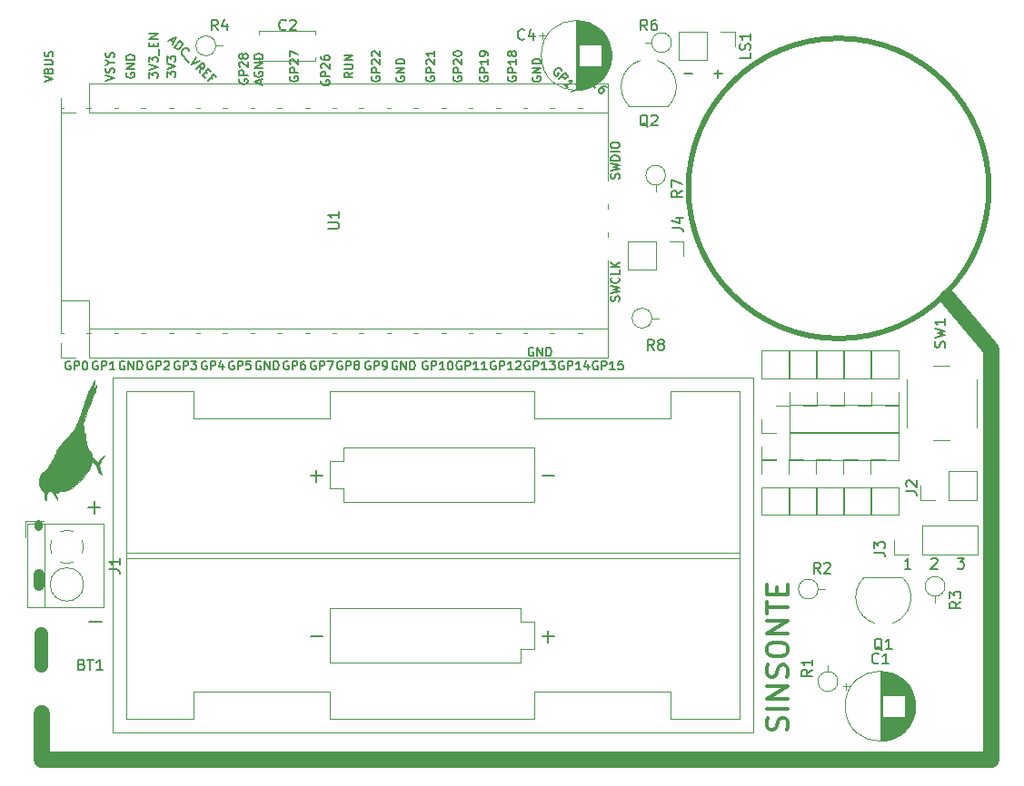
<source format=gbr>
G04 #@! TF.GenerationSoftware,KiCad,Pcbnew,5.1.5+dfsg1-2build2*
G04 #@! TF.CreationDate,2021-11-10T11:01:26-05:00*
G04 #@! TF.ProjectId,SINSONTE_MODEL_A,53494e53-4f4e-4544-955f-4d4f44454c5f,rev?*
G04 #@! TF.SameCoordinates,Original*
G04 #@! TF.FileFunction,Legend,Top*
G04 #@! TF.FilePolarity,Positive*
%FSLAX46Y46*%
G04 Gerber Fmt 4.6, Leading zero omitted, Abs format (unit mm)*
G04 Created by KiCad (PCBNEW 5.1.5+dfsg1-2build2) date 2021-11-10 11:01:26*
%MOMM*%
%LPD*%
G04 APERTURE LIST*
%ADD10C,0.150000*%
%ADD11C,0.750000*%
%ADD12C,1.000000*%
%ADD13C,1.250000*%
%ADD14C,1.500000*%
%ADD15C,0.350000*%
%ADD16C,0.500000*%
%ADD17C,0.120000*%
%ADD18C,0.010000*%
G04 APERTURE END LIST*
D10*
X131731023Y-101480880D02*
X131159595Y-101480880D01*
X131445309Y-101480880D02*
X131445309Y-100480880D01*
X131350071Y-100623738D01*
X131254833Y-100718976D01*
X131159595Y-100766595D01*
X133635785Y-100576119D02*
X133683404Y-100528500D01*
X133778642Y-100480880D01*
X134016738Y-100480880D01*
X134111976Y-100528500D01*
X134159595Y-100576119D01*
X134207214Y-100671357D01*
X134207214Y-100766595D01*
X134159595Y-100909452D01*
X133588166Y-101480880D01*
X134207214Y-101480880D01*
X136064357Y-100480880D02*
X136683404Y-100480880D01*
X136350071Y-100861833D01*
X136492928Y-100861833D01*
X136588166Y-100909452D01*
X136635785Y-100957071D01*
X136683404Y-101052309D01*
X136683404Y-101290404D01*
X136635785Y-101385642D01*
X136588166Y-101433261D01*
X136492928Y-101480880D01*
X136207214Y-101480880D01*
X136111976Y-101433261D01*
X136064357Y-101385642D01*
X110633095Y-55316428D02*
X111395000Y-55316428D01*
X113395000Y-55316428D02*
X114156904Y-55316428D01*
X113775952Y-55697380D02*
X113775952Y-54935476D01*
D11*
X50375000Y-97300000D02*
X50375000Y-97500000D01*
D12*
X50500000Y-102000000D02*
X50500000Y-103000000D01*
D13*
X50625000Y-107500000D02*
X50625000Y-110500000D01*
D14*
X50750000Y-115000000D02*
X50750000Y-119250000D01*
D15*
X120189523Y-116537523D02*
X120284761Y-116251809D01*
X120284761Y-115775619D01*
X120189523Y-115585142D01*
X120094285Y-115489904D01*
X119903809Y-115394666D01*
X119713333Y-115394666D01*
X119522857Y-115489904D01*
X119427619Y-115585142D01*
X119332380Y-115775619D01*
X119237142Y-116156571D01*
X119141904Y-116347047D01*
X119046666Y-116442285D01*
X118856190Y-116537523D01*
X118665714Y-116537523D01*
X118475238Y-116442285D01*
X118380000Y-116347047D01*
X118284761Y-116156571D01*
X118284761Y-115680380D01*
X118380000Y-115394666D01*
X120284761Y-114537523D02*
X118284761Y-114537523D01*
X120284761Y-113585142D02*
X118284761Y-113585142D01*
X120284761Y-112442285D01*
X118284761Y-112442285D01*
X120189523Y-111585142D02*
X120284761Y-111299428D01*
X120284761Y-110823238D01*
X120189523Y-110632761D01*
X120094285Y-110537523D01*
X119903809Y-110442285D01*
X119713333Y-110442285D01*
X119522857Y-110537523D01*
X119427619Y-110632761D01*
X119332380Y-110823238D01*
X119237142Y-111204190D01*
X119141904Y-111394666D01*
X119046666Y-111489904D01*
X118856190Y-111585142D01*
X118665714Y-111585142D01*
X118475238Y-111489904D01*
X118380000Y-111394666D01*
X118284761Y-111204190D01*
X118284761Y-110728000D01*
X118380000Y-110442285D01*
X118284761Y-109204190D02*
X118284761Y-108823238D01*
X118380000Y-108632761D01*
X118570476Y-108442285D01*
X118951428Y-108347047D01*
X119618095Y-108347047D01*
X119999047Y-108442285D01*
X120189523Y-108632761D01*
X120284761Y-108823238D01*
X120284761Y-109204190D01*
X120189523Y-109394666D01*
X119999047Y-109585142D01*
X119618095Y-109680380D01*
X118951428Y-109680380D01*
X118570476Y-109585142D01*
X118380000Y-109394666D01*
X118284761Y-109204190D01*
X120284761Y-107489904D02*
X118284761Y-107489904D01*
X120284761Y-106347047D01*
X118284761Y-106347047D01*
X118284761Y-105680380D02*
X118284761Y-104537523D01*
X120284761Y-105108952D02*
X118284761Y-105108952D01*
X119237142Y-103870857D02*
X119237142Y-103204190D01*
X120284761Y-102918476D02*
X120284761Y-103870857D01*
X118284761Y-103870857D01*
X118284761Y-102918476D01*
D14*
X135200000Y-76200000D02*
X139250000Y-81000000D01*
X139250000Y-119250000D02*
X139250000Y-81000000D01*
X50750000Y-119250000D02*
X139250000Y-119250000D01*
D16*
X139000000Y-66000000D02*
G75*
G03X139000000Y-66000000I-14000000J0D01*
G01*
D17*
X120456000Y-86293000D02*
X119126000Y-86293000D01*
X120456000Y-84963000D02*
X120456000Y-86293000D01*
X120456000Y-83693000D02*
X117796000Y-83693000D01*
X117796000Y-83693000D02*
X117796000Y-81093000D01*
X120456000Y-83693000D02*
X120456000Y-81093000D01*
X120456000Y-81093000D02*
X117796000Y-81093000D01*
X122996000Y-86293000D02*
X121666000Y-86293000D01*
X122996000Y-84963000D02*
X122996000Y-86293000D01*
X122996000Y-83693000D02*
X120336000Y-83693000D01*
X120336000Y-83693000D02*
X120336000Y-81093000D01*
X122996000Y-83693000D02*
X122996000Y-81093000D01*
X122996000Y-81093000D02*
X120336000Y-81093000D01*
X125536000Y-86293000D02*
X124206000Y-86293000D01*
X125536000Y-84963000D02*
X125536000Y-86293000D01*
X125536000Y-83693000D02*
X122876000Y-83693000D01*
X122876000Y-83693000D02*
X122876000Y-81093000D01*
X125536000Y-83693000D02*
X125536000Y-81093000D01*
X125536000Y-81093000D02*
X122876000Y-81093000D01*
X128076000Y-86293000D02*
X126746000Y-86293000D01*
X128076000Y-84963000D02*
X128076000Y-86293000D01*
X128076000Y-83693000D02*
X125416000Y-83693000D01*
X125416000Y-83693000D02*
X125416000Y-81093000D01*
X128076000Y-83693000D02*
X128076000Y-81093000D01*
X128076000Y-81093000D02*
X125416000Y-81093000D01*
X130616000Y-86293000D02*
X129286000Y-86293000D01*
X130616000Y-84963000D02*
X130616000Y-86293000D01*
X130616000Y-83693000D02*
X127956000Y-83693000D01*
X127956000Y-83693000D02*
X127956000Y-81093000D01*
X130616000Y-83693000D02*
X130616000Y-81093000D01*
X130616000Y-81093000D02*
X127956000Y-81093000D01*
X117796000Y-91253000D02*
X119126000Y-91253000D01*
X117796000Y-92583000D02*
X117796000Y-91253000D01*
X117796000Y-93853000D02*
X120456000Y-93853000D01*
X120456000Y-93853000D02*
X120456000Y-96453000D01*
X117796000Y-93853000D02*
X117796000Y-96453000D01*
X117796000Y-96453000D02*
X120456000Y-96453000D01*
X120336000Y-91253000D02*
X121666000Y-91253000D01*
X120336000Y-92583000D02*
X120336000Y-91253000D01*
X120336000Y-93853000D02*
X122996000Y-93853000D01*
X122996000Y-93853000D02*
X122996000Y-96453000D01*
X120336000Y-93853000D02*
X120336000Y-96453000D01*
X120336000Y-96453000D02*
X122996000Y-96453000D01*
X122876000Y-91253000D02*
X124206000Y-91253000D01*
X122876000Y-92583000D02*
X122876000Y-91253000D01*
X122876000Y-93853000D02*
X125536000Y-93853000D01*
X125536000Y-93853000D02*
X125536000Y-96453000D01*
X122876000Y-93853000D02*
X122876000Y-96453000D01*
X122876000Y-96453000D02*
X125536000Y-96453000D01*
X125416000Y-91253000D02*
X126746000Y-91253000D01*
X125416000Y-92583000D02*
X125416000Y-91253000D01*
X125416000Y-93853000D02*
X128076000Y-93853000D01*
X128076000Y-93853000D02*
X128076000Y-96453000D01*
X125416000Y-93853000D02*
X125416000Y-96453000D01*
X125416000Y-96453000D02*
X128076000Y-96453000D01*
X127956000Y-91253000D02*
X129286000Y-91253000D01*
X127956000Y-92583000D02*
X127956000Y-91253000D01*
X127956000Y-93853000D02*
X130616000Y-93853000D01*
X130616000Y-93853000D02*
X130616000Y-96453000D01*
X127956000Y-93853000D02*
X127956000Y-96453000D01*
X127956000Y-96453000D02*
X130616000Y-96453000D01*
X117796000Y-91373000D02*
X117796000Y-90043000D01*
X119126000Y-91373000D02*
X117796000Y-91373000D01*
X120396000Y-91373000D02*
X120396000Y-88713000D01*
X120396000Y-88713000D02*
X130616000Y-88713000D01*
X120396000Y-91373000D02*
X130616000Y-91373000D01*
X130616000Y-91373000D02*
X130616000Y-88713000D01*
X117796000Y-88833000D02*
X117796000Y-87503000D01*
X119126000Y-88833000D02*
X117796000Y-88833000D01*
X120396000Y-88833000D02*
X120396000Y-86173000D01*
X120396000Y-86173000D02*
X130616000Y-86173000D01*
X120396000Y-88833000D02*
X130616000Y-88833000D01*
X130616000Y-88833000D02*
X130616000Y-86173000D01*
X52540000Y-58900000D02*
X52540000Y-57570000D01*
X53870000Y-58900000D02*
X52540000Y-58900000D01*
X55140000Y-58900000D02*
X55140000Y-56240000D01*
X55140000Y-56240000D02*
X103460000Y-56240000D01*
X55140000Y-58900000D02*
X103460000Y-58900000D01*
X103460000Y-58900000D02*
X103460000Y-56240000D01*
X52540000Y-81760000D02*
X52540000Y-80430000D01*
X53870000Y-81760000D02*
X52540000Y-81760000D01*
X55140000Y-81760000D02*
X55140000Y-79100000D01*
X55140000Y-79100000D02*
X103460000Y-79100000D01*
X55140000Y-81760000D02*
X103460000Y-81760000D01*
X103460000Y-81760000D02*
X103460000Y-79100000D01*
X52500000Y-79500000D02*
X52500000Y-58500000D01*
X103500000Y-72700000D02*
X103500000Y-79500000D01*
X55167000Y-79500000D02*
X55167000Y-76493000D01*
X55167000Y-76493000D02*
X52500000Y-76493000D01*
X52500000Y-79500000D02*
X52800000Y-79500000D01*
X54900000Y-79500000D02*
X55300000Y-79500000D01*
X57500000Y-79500000D02*
X57900000Y-79500000D01*
X60000000Y-79500000D02*
X60400000Y-79500000D01*
X62600000Y-79500000D02*
X63000000Y-79500000D01*
X65100000Y-79500000D02*
X65500000Y-79500000D01*
X67600000Y-79500000D02*
X68000000Y-79500000D01*
X70200000Y-79500000D02*
X70600000Y-79500000D01*
X72700000Y-79500000D02*
X73100000Y-79500000D01*
X75300000Y-79500000D02*
X75700000Y-79500000D01*
X77800000Y-79500000D02*
X78200000Y-79500000D01*
X80300000Y-79500000D02*
X80700000Y-79500000D01*
X82900000Y-79500000D02*
X83300000Y-79500000D01*
X85400000Y-79500000D02*
X85800000Y-79500000D01*
X88000000Y-79500000D02*
X88400000Y-79500000D01*
X90500000Y-79500000D02*
X90900000Y-79500000D01*
X93100000Y-79500000D02*
X93500000Y-79500000D01*
X95600000Y-79500000D02*
X96000000Y-79500000D01*
X98100000Y-79500000D02*
X98500000Y-79500000D01*
X100700000Y-79500000D02*
X101100000Y-79500000D01*
X67600000Y-58500000D02*
X68000000Y-58500000D01*
X72700000Y-58500000D02*
X73100000Y-58500000D01*
X80300000Y-58500000D02*
X80700000Y-58500000D01*
X88000000Y-58500000D02*
X88400000Y-58500000D01*
X57500000Y-58500000D02*
X57900000Y-58500000D01*
X54900000Y-58500000D02*
X55300000Y-58500000D01*
X62600000Y-58500000D02*
X63000000Y-58500000D01*
X95600000Y-58500000D02*
X96000000Y-58500000D01*
X100700000Y-58500000D02*
X101100000Y-58500000D01*
X98100000Y-58500000D02*
X98500000Y-58500000D01*
X82900000Y-58500000D02*
X83300000Y-58500000D01*
X77800000Y-58500000D02*
X78200000Y-58500000D01*
X65100000Y-58500000D02*
X65500000Y-58500000D01*
X70200000Y-58500000D02*
X70600000Y-58500000D01*
X90500000Y-58500000D02*
X90900000Y-58500000D01*
X75300000Y-58500000D02*
X75700000Y-58500000D01*
X52500000Y-58500000D02*
X52800000Y-58500000D01*
X60000000Y-58500000D02*
X60400000Y-58500000D01*
X85400000Y-58500000D02*
X85800000Y-58500000D01*
X93100000Y-58500000D02*
X93500000Y-58500000D01*
X103500000Y-58500000D02*
X103500000Y-65300000D01*
X103500000Y-70500000D02*
X103500000Y-70100000D01*
X103500000Y-67900000D02*
X103500000Y-67500000D01*
X49186000Y-97041000D02*
X49186000Y-98541000D01*
X50926000Y-97041000D02*
X49186000Y-97041000D01*
X56546000Y-105101000D02*
X49426000Y-105101000D01*
X56546000Y-97281000D02*
X49426000Y-97281000D01*
X49426000Y-97281000D02*
X49426000Y-105101000D01*
X56546000Y-97281000D02*
X56546000Y-105101000D01*
X50986000Y-97281000D02*
X50986000Y-105101000D01*
X54641000Y-102941000D02*
G75*
G03X54641000Y-102941000I-1555000J0D01*
G01*
X51530508Y-99468011D02*
G75*
G02X51654000Y-98833000I1555492J27011D01*
G01*
X52478258Y-98008891D02*
G75*
G02X53694000Y-98009000I607742J-1432109D01*
G01*
X54518109Y-98833258D02*
G75*
G02X54518000Y-100049000I-1432109J-607742D01*
G01*
X53693742Y-100873109D02*
G75*
G02X52478000Y-100873000I-607742J1432109D01*
G01*
X51654615Y-100048587D02*
G75*
G02X51531000Y-99441000I1431385J607587D01*
G01*
D18*
G36*
X50471107Y-93151843D02*
G01*
X50508203Y-93042115D01*
X50545451Y-92986218D01*
X50569441Y-92943324D01*
X50588578Y-92883659D01*
X50589503Y-92879334D01*
X50612723Y-92804728D01*
X50650923Y-92719578D01*
X50696995Y-92636727D01*
X50743829Y-92569017D01*
X50782719Y-92530303D01*
X50908352Y-92435752D01*
X51044989Y-92311840D01*
X51184842Y-92167137D01*
X51320124Y-92010216D01*
X51443047Y-91849649D01*
X51545822Y-91694008D01*
X51552121Y-91683417D01*
X51611521Y-91578815D01*
X51680284Y-91451338D01*
X51754495Y-91308880D01*
X51830239Y-91159335D01*
X51903603Y-91010597D01*
X51970671Y-90870558D01*
X52027529Y-90747113D01*
X52070263Y-90648155D01*
X52087459Y-90603917D01*
X52135380Y-90477025D01*
X52181952Y-90369676D01*
X52232300Y-90274226D01*
X52291550Y-90183028D01*
X52364825Y-90088438D01*
X52457252Y-89982810D01*
X52573956Y-89858498D01*
X52617359Y-89813427D01*
X52724389Y-89698778D01*
X52845792Y-89562256D01*
X52970975Y-89416174D01*
X53089346Y-89272848D01*
X53170840Y-89169974D01*
X53254417Y-89063659D01*
X53331562Y-88968873D01*
X53397842Y-88890797D01*
X53448827Y-88834609D01*
X53480085Y-88805491D01*
X53484949Y-88802809D01*
X53518327Y-88782492D01*
X53571065Y-88739956D01*
X53633130Y-88683444D01*
X53648881Y-88668144D01*
X53700271Y-88615802D01*
X53739331Y-88569297D01*
X53771414Y-88519139D01*
X53801873Y-88455837D01*
X53836062Y-88369899D01*
X53871566Y-88273308D01*
X53925699Y-88127012D01*
X53971096Y-88012740D01*
X54011638Y-87922109D01*
X54051205Y-87846734D01*
X54093680Y-87778232D01*
X54115475Y-87746417D01*
X54155026Y-87677751D01*
X54202793Y-87574582D01*
X54256263Y-87443358D01*
X54312921Y-87290526D01*
X54370252Y-87122535D01*
X54418894Y-86968495D01*
X54457749Y-86843415D01*
X54506154Y-86692008D01*
X54561917Y-86520765D01*
X54622847Y-86336174D01*
X54686751Y-86144725D01*
X54751440Y-85952905D01*
X54814722Y-85767205D01*
X54874404Y-85594113D01*
X54928297Y-85440118D01*
X54974209Y-85311709D01*
X55009948Y-85215374D01*
X55017519Y-85195834D01*
X55056558Y-85102135D01*
X55108276Y-84986451D01*
X55169573Y-84854952D01*
X55237348Y-84713813D01*
X55308502Y-84569206D01*
X55379935Y-84427303D01*
X55448546Y-84294278D01*
X55511236Y-84176302D01*
X55564905Y-84079550D01*
X55606453Y-84010194D01*
X55628735Y-83978750D01*
X55683033Y-83915250D01*
X55672244Y-84053506D01*
X55659107Y-84146275D01*
X55636602Y-84239853D01*
X55617894Y-84293386D01*
X55592726Y-84359183D01*
X55576992Y-84413941D01*
X55574333Y-84433277D01*
X55565873Y-84474916D01*
X55544511Y-84535642D01*
X55532464Y-84563814D01*
X55503155Y-84657185D01*
X55491331Y-84757098D01*
X55491329Y-84761917D01*
X55492062Y-84867750D01*
X55573361Y-84698417D01*
X55614095Y-84621324D01*
X55663766Y-84538739D01*
X55717210Y-84457854D01*
X55769264Y-84385865D01*
X55814763Y-84329963D01*
X55848542Y-84297343D01*
X55864193Y-84293305D01*
X55867619Y-84321777D01*
X55858449Y-84377765D01*
X55839900Y-84449514D01*
X55815189Y-84525271D01*
X55787535Y-84593283D01*
X55775505Y-84617282D01*
X55746178Y-84682595D01*
X55744862Y-84720966D01*
X55749391Y-84727425D01*
X55756579Y-84759941D01*
X55742354Y-84822974D01*
X55706216Y-84917944D01*
X55647669Y-85046271D01*
X55612020Y-85119008D01*
X55566498Y-85219881D01*
X55523686Y-85330973D01*
X55492111Y-85429968D01*
X55489645Y-85439334D01*
X55467775Y-85510112D01*
X55431946Y-85609388D01*
X55385995Y-85727248D01*
X55333759Y-85853779D01*
X55291891Y-85950373D01*
X55238743Y-86070448D01*
X55193953Y-86172827D01*
X55155419Y-86263343D01*
X55121035Y-86347832D01*
X55088697Y-86432128D01*
X55056303Y-86522065D01*
X55021747Y-86623478D01*
X54982925Y-86742201D01*
X54937734Y-86884068D01*
X54884069Y-87054914D01*
X54822614Y-87251644D01*
X54600461Y-87963372D01*
X54621112Y-88299394D01*
X54633241Y-88468410D01*
X54647123Y-88599915D01*
X54663917Y-88698731D01*
X54684780Y-88769676D01*
X54710872Y-88817570D01*
X54743350Y-88847233D01*
X54754183Y-88853139D01*
X54783544Y-88871877D01*
X54804742Y-88899656D01*
X54818849Y-88942665D01*
X54826938Y-89007095D01*
X54830081Y-89099133D01*
X54829351Y-89224970D01*
X54828321Y-89281000D01*
X54833428Y-89482276D01*
X54855637Y-89681550D01*
X54893024Y-89872117D01*
X54943665Y-90047268D01*
X55005634Y-90200296D01*
X55077007Y-90324493D01*
X55152321Y-90410144D01*
X55208821Y-90468114D01*
X55256327Y-90532191D01*
X55266952Y-90551000D01*
X55306810Y-90621120D01*
X55352402Y-90689529D01*
X55354582Y-90692463D01*
X55386838Y-90747734D01*
X55401974Y-90812192D01*
X55405000Y-90881208D01*
X55405000Y-91002573D01*
X55961918Y-91565003D01*
X56053703Y-91401960D01*
X56173593Y-91226821D01*
X56316788Y-91084447D01*
X56459300Y-90988888D01*
X56517482Y-90958678D01*
X56557311Y-90940514D01*
X56569166Y-90937970D01*
X56557595Y-90957571D01*
X56526183Y-91004263D01*
X56479877Y-91070821D01*
X56429787Y-91141419D01*
X56356873Y-91251786D01*
X56286340Y-91373748D01*
X56222124Y-91498867D01*
X56168163Y-91618702D01*
X56128393Y-91724815D01*
X56106750Y-91808766D01*
X56103958Y-91839937D01*
X56114679Y-91953728D01*
X56143455Y-92092201D01*
X56186956Y-92243503D01*
X56241856Y-92395778D01*
X56292751Y-92512441D01*
X56337403Y-92606413D01*
X56365017Y-92667384D01*
X56376862Y-92700525D01*
X56374206Y-92711004D01*
X56358319Y-92703992D01*
X56335990Y-92688589D01*
X56221285Y-92597272D01*
X56120734Y-92498693D01*
X56039603Y-92399511D01*
X55983158Y-92306386D01*
X55956667Y-92225980D01*
X55955333Y-92207209D01*
X55945682Y-92165383D01*
X55921655Y-92107583D01*
X55913000Y-92090639D01*
X55885623Y-92025558D01*
X55871284Y-91964143D01*
X55870666Y-91953008D01*
X55864424Y-91923221D01*
X55843054Y-91885273D01*
X55802592Y-91834212D01*
X55739073Y-91765082D01*
X55648533Y-91672930D01*
X55638535Y-91662951D01*
X55558433Y-91584204D01*
X55489155Y-91518198D01*
X55435990Y-91469803D01*
X55404225Y-91443892D01*
X55397712Y-91441062D01*
X55390632Y-91464773D01*
X55378807Y-91520558D01*
X55364212Y-91598697D01*
X55355812Y-91647137D01*
X55335410Y-91743414D01*
X55305209Y-91842297D01*
X55262691Y-91949046D01*
X55205338Y-92068920D01*
X55130632Y-92207178D01*
X55036053Y-92369081D01*
X54919085Y-92559887D01*
X54917872Y-92561834D01*
X54744503Y-92810846D01*
X54542852Y-93050377D01*
X54322233Y-93270570D01*
X54091961Y-93461563D01*
X54016904Y-93515493D01*
X53909775Y-93594737D01*
X53790338Y-93691450D01*
X53674985Y-93791980D01*
X53599459Y-93863199D01*
X53400112Y-94060292D01*
X53070713Y-94168313D01*
X52934858Y-94212218D01*
X52831832Y-94243314D01*
X52754516Y-94262808D01*
X52695795Y-94271907D01*
X52648550Y-94271818D01*
X52605665Y-94263749D01*
X52571493Y-94252981D01*
X52535405Y-94243545D01*
X52499641Y-94244833D01*
X52453759Y-94259682D01*
X52387314Y-94290932D01*
X52337241Y-94316647D01*
X52248600Y-94358604D01*
X52161233Y-94393005D01*
X52090666Y-94413915D01*
X52075961Y-94416553D01*
X51981943Y-94429440D01*
X52022909Y-94538095D01*
X52052758Y-94610301D01*
X52094283Y-94702025D01*
X52139340Y-94795379D01*
X52146937Y-94810464D01*
X52198108Y-94918215D01*
X52224852Y-94991796D01*
X52227219Y-95031579D01*
X52205255Y-95037936D01*
X52174574Y-95022135D01*
X52146407Y-94992352D01*
X52103332Y-94933472D01*
X52050426Y-94853720D01*
X51992766Y-94761316D01*
X51935428Y-94664485D01*
X51883490Y-94571448D01*
X51842029Y-94490429D01*
X51829549Y-94463307D01*
X51793151Y-94383424D01*
X51763888Y-94332446D01*
X51732782Y-94300132D01*
X51690856Y-94276239D01*
X51650624Y-94259187D01*
X51572129Y-94232384D01*
X51494561Y-94213658D01*
X51462223Y-94209227D01*
X51406026Y-94210011D01*
X51370395Y-94230184D01*
X51339731Y-94273332D01*
X51314718Y-94321939D01*
X51280273Y-94398802D01*
X51241403Y-94492384D01*
X51211378Y-94569176D01*
X51173667Y-94671018D01*
X51149603Y-94745868D01*
X51136780Y-94805901D01*
X51132789Y-94863295D01*
X51135222Y-94930227D01*
X51136429Y-94948146D01*
X51139559Y-95043641D01*
X51132489Y-95098472D01*
X51114994Y-95113117D01*
X51086846Y-95088052D01*
X51076795Y-95073632D01*
X51040891Y-94991090D01*
X51018093Y-94879338D01*
X51009733Y-94749828D01*
X51017146Y-94614013D01*
X51020373Y-94588966D01*
X51044086Y-94421288D01*
X50867267Y-94253915D01*
X50729777Y-94108546D01*
X50626400Y-93961484D01*
X50550168Y-93800825D01*
X50494856Y-93617785D01*
X50463963Y-93445545D01*
X50456203Y-93288275D01*
X50471107Y-93151843D01*
G37*
X50471107Y-93151843D02*
X50508203Y-93042115D01*
X50545451Y-92986218D01*
X50569441Y-92943324D01*
X50588578Y-92883659D01*
X50589503Y-92879334D01*
X50612723Y-92804728D01*
X50650923Y-92719578D01*
X50696995Y-92636727D01*
X50743829Y-92569017D01*
X50782719Y-92530303D01*
X50908352Y-92435752D01*
X51044989Y-92311840D01*
X51184842Y-92167137D01*
X51320124Y-92010216D01*
X51443047Y-91849649D01*
X51545822Y-91694008D01*
X51552121Y-91683417D01*
X51611521Y-91578815D01*
X51680284Y-91451338D01*
X51754495Y-91308880D01*
X51830239Y-91159335D01*
X51903603Y-91010597D01*
X51970671Y-90870558D01*
X52027529Y-90747113D01*
X52070263Y-90648155D01*
X52087459Y-90603917D01*
X52135380Y-90477025D01*
X52181952Y-90369676D01*
X52232300Y-90274226D01*
X52291550Y-90183028D01*
X52364825Y-90088438D01*
X52457252Y-89982810D01*
X52573956Y-89858498D01*
X52617359Y-89813427D01*
X52724389Y-89698778D01*
X52845792Y-89562256D01*
X52970975Y-89416174D01*
X53089346Y-89272848D01*
X53170840Y-89169974D01*
X53254417Y-89063659D01*
X53331562Y-88968873D01*
X53397842Y-88890797D01*
X53448827Y-88834609D01*
X53480085Y-88805491D01*
X53484949Y-88802809D01*
X53518327Y-88782492D01*
X53571065Y-88739956D01*
X53633130Y-88683444D01*
X53648881Y-88668144D01*
X53700271Y-88615802D01*
X53739331Y-88569297D01*
X53771414Y-88519139D01*
X53801873Y-88455837D01*
X53836062Y-88369899D01*
X53871566Y-88273308D01*
X53925699Y-88127012D01*
X53971096Y-88012740D01*
X54011638Y-87922109D01*
X54051205Y-87846734D01*
X54093680Y-87778232D01*
X54115475Y-87746417D01*
X54155026Y-87677751D01*
X54202793Y-87574582D01*
X54256263Y-87443358D01*
X54312921Y-87290526D01*
X54370252Y-87122535D01*
X54418894Y-86968495D01*
X54457749Y-86843415D01*
X54506154Y-86692008D01*
X54561917Y-86520765D01*
X54622847Y-86336174D01*
X54686751Y-86144725D01*
X54751440Y-85952905D01*
X54814722Y-85767205D01*
X54874404Y-85594113D01*
X54928297Y-85440118D01*
X54974209Y-85311709D01*
X55009948Y-85215374D01*
X55017519Y-85195834D01*
X55056558Y-85102135D01*
X55108276Y-84986451D01*
X55169573Y-84854952D01*
X55237348Y-84713813D01*
X55308502Y-84569206D01*
X55379935Y-84427303D01*
X55448546Y-84294278D01*
X55511236Y-84176302D01*
X55564905Y-84079550D01*
X55606453Y-84010194D01*
X55628735Y-83978750D01*
X55683033Y-83915250D01*
X55672244Y-84053506D01*
X55659107Y-84146275D01*
X55636602Y-84239853D01*
X55617894Y-84293386D01*
X55592726Y-84359183D01*
X55576992Y-84413941D01*
X55574333Y-84433277D01*
X55565873Y-84474916D01*
X55544511Y-84535642D01*
X55532464Y-84563814D01*
X55503155Y-84657185D01*
X55491331Y-84757098D01*
X55491329Y-84761917D01*
X55492062Y-84867750D01*
X55573361Y-84698417D01*
X55614095Y-84621324D01*
X55663766Y-84538739D01*
X55717210Y-84457854D01*
X55769264Y-84385865D01*
X55814763Y-84329963D01*
X55848542Y-84297343D01*
X55864193Y-84293305D01*
X55867619Y-84321777D01*
X55858449Y-84377765D01*
X55839900Y-84449514D01*
X55815189Y-84525271D01*
X55787535Y-84593283D01*
X55775505Y-84617282D01*
X55746178Y-84682595D01*
X55744862Y-84720966D01*
X55749391Y-84727425D01*
X55756579Y-84759941D01*
X55742354Y-84822974D01*
X55706216Y-84917944D01*
X55647669Y-85046271D01*
X55612020Y-85119008D01*
X55566498Y-85219881D01*
X55523686Y-85330973D01*
X55492111Y-85429968D01*
X55489645Y-85439334D01*
X55467775Y-85510112D01*
X55431946Y-85609388D01*
X55385995Y-85727248D01*
X55333759Y-85853779D01*
X55291891Y-85950373D01*
X55238743Y-86070448D01*
X55193953Y-86172827D01*
X55155419Y-86263343D01*
X55121035Y-86347832D01*
X55088697Y-86432128D01*
X55056303Y-86522065D01*
X55021747Y-86623478D01*
X54982925Y-86742201D01*
X54937734Y-86884068D01*
X54884069Y-87054914D01*
X54822614Y-87251644D01*
X54600461Y-87963372D01*
X54621112Y-88299394D01*
X54633241Y-88468410D01*
X54647123Y-88599915D01*
X54663917Y-88698731D01*
X54684780Y-88769676D01*
X54710872Y-88817570D01*
X54743350Y-88847233D01*
X54754183Y-88853139D01*
X54783544Y-88871877D01*
X54804742Y-88899656D01*
X54818849Y-88942665D01*
X54826938Y-89007095D01*
X54830081Y-89099133D01*
X54829351Y-89224970D01*
X54828321Y-89281000D01*
X54833428Y-89482276D01*
X54855637Y-89681550D01*
X54893024Y-89872117D01*
X54943665Y-90047268D01*
X55005634Y-90200296D01*
X55077007Y-90324493D01*
X55152321Y-90410144D01*
X55208821Y-90468114D01*
X55256327Y-90532191D01*
X55266952Y-90551000D01*
X55306810Y-90621120D01*
X55352402Y-90689529D01*
X55354582Y-90692463D01*
X55386838Y-90747734D01*
X55401974Y-90812192D01*
X55405000Y-90881208D01*
X55405000Y-91002573D01*
X55961918Y-91565003D01*
X56053703Y-91401960D01*
X56173593Y-91226821D01*
X56316788Y-91084447D01*
X56459300Y-90988888D01*
X56517482Y-90958678D01*
X56557311Y-90940514D01*
X56569166Y-90937970D01*
X56557595Y-90957571D01*
X56526183Y-91004263D01*
X56479877Y-91070821D01*
X56429787Y-91141419D01*
X56356873Y-91251786D01*
X56286340Y-91373748D01*
X56222124Y-91498867D01*
X56168163Y-91618702D01*
X56128393Y-91724815D01*
X56106750Y-91808766D01*
X56103958Y-91839937D01*
X56114679Y-91953728D01*
X56143455Y-92092201D01*
X56186956Y-92243503D01*
X56241856Y-92395778D01*
X56292751Y-92512441D01*
X56337403Y-92606413D01*
X56365017Y-92667384D01*
X56376862Y-92700525D01*
X56374206Y-92711004D01*
X56358319Y-92703992D01*
X56335990Y-92688589D01*
X56221285Y-92597272D01*
X56120734Y-92498693D01*
X56039603Y-92399511D01*
X55983158Y-92306386D01*
X55956667Y-92225980D01*
X55955333Y-92207209D01*
X55945682Y-92165383D01*
X55921655Y-92107583D01*
X55913000Y-92090639D01*
X55885623Y-92025558D01*
X55871284Y-91964143D01*
X55870666Y-91953008D01*
X55864424Y-91923221D01*
X55843054Y-91885273D01*
X55802592Y-91834212D01*
X55739073Y-91765082D01*
X55648533Y-91672930D01*
X55638535Y-91662951D01*
X55558433Y-91584204D01*
X55489155Y-91518198D01*
X55435990Y-91469803D01*
X55404225Y-91443892D01*
X55397712Y-91441062D01*
X55390632Y-91464773D01*
X55378807Y-91520558D01*
X55364212Y-91598697D01*
X55355812Y-91647137D01*
X55335410Y-91743414D01*
X55305209Y-91842297D01*
X55262691Y-91949046D01*
X55205338Y-92068920D01*
X55130632Y-92207178D01*
X55036053Y-92369081D01*
X54919085Y-92559887D01*
X54917872Y-92561834D01*
X54744503Y-92810846D01*
X54542852Y-93050377D01*
X54322233Y-93270570D01*
X54091961Y-93461563D01*
X54016904Y-93515493D01*
X53909775Y-93594737D01*
X53790338Y-93691450D01*
X53674985Y-93791980D01*
X53599459Y-93863199D01*
X53400112Y-94060292D01*
X53070713Y-94168313D01*
X52934858Y-94212218D01*
X52831832Y-94243314D01*
X52754516Y-94262808D01*
X52695795Y-94271907D01*
X52648550Y-94271818D01*
X52605665Y-94263749D01*
X52571493Y-94252981D01*
X52535405Y-94243545D01*
X52499641Y-94244833D01*
X52453759Y-94259682D01*
X52387314Y-94290932D01*
X52337241Y-94316647D01*
X52248600Y-94358604D01*
X52161233Y-94393005D01*
X52090666Y-94413915D01*
X52075961Y-94416553D01*
X51981943Y-94429440D01*
X52022909Y-94538095D01*
X52052758Y-94610301D01*
X52094283Y-94702025D01*
X52139340Y-94795379D01*
X52146937Y-94810464D01*
X52198108Y-94918215D01*
X52224852Y-94991796D01*
X52227219Y-95031579D01*
X52205255Y-95037936D01*
X52174574Y-95022135D01*
X52146407Y-94992352D01*
X52103332Y-94933472D01*
X52050426Y-94853720D01*
X51992766Y-94761316D01*
X51935428Y-94664485D01*
X51883490Y-94571448D01*
X51842029Y-94490429D01*
X51829549Y-94463307D01*
X51793151Y-94383424D01*
X51763888Y-94332446D01*
X51732782Y-94300132D01*
X51690856Y-94276239D01*
X51650624Y-94259187D01*
X51572129Y-94232384D01*
X51494561Y-94213658D01*
X51462223Y-94209227D01*
X51406026Y-94210011D01*
X51370395Y-94230184D01*
X51339731Y-94273332D01*
X51314718Y-94321939D01*
X51280273Y-94398802D01*
X51241403Y-94492384D01*
X51211378Y-94569176D01*
X51173667Y-94671018D01*
X51149603Y-94745868D01*
X51136780Y-94805901D01*
X51132789Y-94863295D01*
X51135222Y-94930227D01*
X51136429Y-94948146D01*
X51139559Y-95043641D01*
X51132489Y-95098472D01*
X51114994Y-95113117D01*
X51086846Y-95088052D01*
X51076795Y-95073632D01*
X51040891Y-94991090D01*
X51018093Y-94879338D01*
X51009733Y-94749828D01*
X51017146Y-94614013D01*
X51020373Y-94588966D01*
X51044086Y-94421288D01*
X50867267Y-94253915D01*
X50729777Y-94108546D01*
X50626400Y-93961484D01*
X50550168Y-93800825D01*
X50494856Y-93617785D01*
X50463963Y-93445545D01*
X50456203Y-93288275D01*
X50471107Y-93151843D01*
D17*
X109123445Y-58342684D02*
G75*
G03X108095000Y-54065000I-1808445J1827684D01*
G01*
X105503125Y-58356741D02*
G75*
G02X106495000Y-54065000I1811875J1841741D01*
G01*
X105515000Y-58365000D02*
X109115000Y-58365000D01*
X127350555Y-102312316D02*
G75*
G03X128379000Y-106590000I1808445J-1827684D01*
G01*
X130970875Y-102298259D02*
G75*
G02X129979000Y-106590000I-1811875J-1841741D01*
G01*
X130959000Y-102290000D02*
X127359000Y-102290000D01*
X130178500Y-100136000D02*
X130178500Y-98806000D01*
X131508500Y-100136000D02*
X130178500Y-100136000D01*
X132778500Y-100136000D02*
X132778500Y-97476000D01*
X132778500Y-97476000D02*
X137918500Y-97476000D01*
X132778500Y-100136000D02*
X137918500Y-100136000D01*
X137918500Y-100136000D02*
X137918500Y-97476000D01*
X133985000Y-104044000D02*
X133985000Y-104664000D01*
X134905000Y-103124000D02*
G75*
G03X134905000Y-103124000I-920000J0D01*
G01*
X66960000Y-52700000D02*
X67580000Y-52700000D01*
X66960000Y-52700000D02*
G75*
G03X66960000Y-52700000I-920000J0D01*
G01*
X76240000Y-53755000D02*
X76240000Y-54070000D01*
X76240000Y-51330000D02*
X76240000Y-51645000D01*
X71000000Y-53755000D02*
X71000000Y-54070000D01*
X71000000Y-51330000D02*
X71000000Y-51645000D01*
X71000000Y-54070000D02*
X76240000Y-54070000D01*
X71000000Y-51330000D02*
X76240000Y-51330000D01*
X107600000Y-78105000D02*
X108220000Y-78105000D01*
X107600000Y-78105000D02*
G75*
G03X107600000Y-78105000I-920000J0D01*
G01*
X107950000Y-65690000D02*
X107950000Y-66310000D01*
X108870000Y-64770000D02*
G75*
G03X108870000Y-64770000I-920000J0D01*
G01*
X110550000Y-70933000D02*
X110550000Y-72263000D01*
X109220000Y-70933000D02*
X110550000Y-70933000D01*
X107950000Y-70933000D02*
X107950000Y-73593000D01*
X107950000Y-73593000D02*
X105350000Y-73593000D01*
X107950000Y-70933000D02*
X105350000Y-70933000D01*
X105350000Y-70933000D02*
X105350000Y-73593000D01*
X107580000Y-52400000D02*
X106960000Y-52400000D01*
X109420000Y-52400000D02*
G75*
G03X109420000Y-52400000I-920000J0D01*
G01*
X115330000Y-51375000D02*
X115330000Y-52705000D01*
X114000000Y-51375000D02*
X115330000Y-51375000D01*
X112730000Y-51375000D02*
X112730000Y-54035000D01*
X112730000Y-54035000D02*
X110130000Y-54035000D01*
X112730000Y-51375000D02*
X110130000Y-51375000D01*
X110130000Y-51375000D02*
X110130000Y-54035000D01*
X97378759Y-51440000D02*
X97378759Y-52070000D01*
X97063759Y-51755000D02*
X97693759Y-51755000D01*
X103805000Y-53192000D02*
X103805000Y-53996000D01*
X103765000Y-52961000D02*
X103765000Y-54227000D01*
X103725000Y-52792000D02*
X103725000Y-54396000D01*
X103685000Y-52654000D02*
X103685000Y-54534000D01*
X103645000Y-52535000D02*
X103645000Y-54653000D01*
X103605000Y-52429000D02*
X103605000Y-54759000D01*
X103565000Y-52332000D02*
X103565000Y-54856000D01*
X103525000Y-52244000D02*
X103525000Y-54944000D01*
X103485000Y-52162000D02*
X103485000Y-55026000D01*
X103445000Y-52085000D02*
X103445000Y-55103000D01*
X103405000Y-52013000D02*
X103405000Y-55175000D01*
X103365000Y-51944000D02*
X103365000Y-55244000D01*
X103325000Y-51880000D02*
X103325000Y-55308000D01*
X103285000Y-51818000D02*
X103285000Y-55370000D01*
X103245000Y-51760000D02*
X103245000Y-55428000D01*
X103205000Y-51704000D02*
X103205000Y-55484000D01*
X103165000Y-51650000D02*
X103165000Y-55538000D01*
X103125000Y-51599000D02*
X103125000Y-55589000D01*
X103085000Y-51550000D02*
X103085000Y-55638000D01*
X103045000Y-51502000D02*
X103045000Y-55686000D01*
X103005000Y-51457000D02*
X103005000Y-55731000D01*
X102965000Y-51412000D02*
X102965000Y-55776000D01*
X102925000Y-51370000D02*
X102925000Y-55818000D01*
X102885000Y-51329000D02*
X102885000Y-55859000D01*
X102845000Y-54634000D02*
X102845000Y-55899000D01*
X102845000Y-51289000D02*
X102845000Y-52554000D01*
X102805000Y-54634000D02*
X102805000Y-55937000D01*
X102805000Y-51251000D02*
X102805000Y-52554000D01*
X102765000Y-54634000D02*
X102765000Y-55974000D01*
X102765000Y-51214000D02*
X102765000Y-52554000D01*
X102725000Y-54634000D02*
X102725000Y-56010000D01*
X102725000Y-51178000D02*
X102725000Y-52554000D01*
X102685000Y-54634000D02*
X102685000Y-56044000D01*
X102685000Y-51144000D02*
X102685000Y-52554000D01*
X102645000Y-54634000D02*
X102645000Y-56078000D01*
X102645000Y-51110000D02*
X102645000Y-52554000D01*
X102605000Y-54634000D02*
X102605000Y-56110000D01*
X102605000Y-51078000D02*
X102605000Y-52554000D01*
X102565000Y-54634000D02*
X102565000Y-56142000D01*
X102565000Y-51046000D02*
X102565000Y-52554000D01*
X102525000Y-54634000D02*
X102525000Y-56172000D01*
X102525000Y-51016000D02*
X102525000Y-52554000D01*
X102485000Y-54634000D02*
X102485000Y-56201000D01*
X102485000Y-50987000D02*
X102485000Y-52554000D01*
X102445000Y-54634000D02*
X102445000Y-56230000D01*
X102445000Y-50958000D02*
X102445000Y-52554000D01*
X102405000Y-54634000D02*
X102405000Y-56258000D01*
X102405000Y-50930000D02*
X102405000Y-52554000D01*
X102365000Y-54634000D02*
X102365000Y-56284000D01*
X102365000Y-50904000D02*
X102365000Y-52554000D01*
X102325000Y-54634000D02*
X102325000Y-56310000D01*
X102325000Y-50878000D02*
X102325000Y-52554000D01*
X102285000Y-54634000D02*
X102285000Y-56336000D01*
X102285000Y-50852000D02*
X102285000Y-52554000D01*
X102245000Y-54634000D02*
X102245000Y-56360000D01*
X102245000Y-50828000D02*
X102245000Y-52554000D01*
X102205000Y-54634000D02*
X102205000Y-56384000D01*
X102205000Y-50804000D02*
X102205000Y-52554000D01*
X102165000Y-54634000D02*
X102165000Y-56406000D01*
X102165000Y-50782000D02*
X102165000Y-52554000D01*
X102125000Y-54634000D02*
X102125000Y-56428000D01*
X102125000Y-50760000D02*
X102125000Y-52554000D01*
X102085000Y-54634000D02*
X102085000Y-56450000D01*
X102085000Y-50738000D02*
X102085000Y-52554000D01*
X102045000Y-54634000D02*
X102045000Y-56470000D01*
X102045000Y-50718000D02*
X102045000Y-52554000D01*
X102005000Y-54634000D02*
X102005000Y-56490000D01*
X102005000Y-50698000D02*
X102005000Y-52554000D01*
X101965000Y-54634000D02*
X101965000Y-56510000D01*
X101965000Y-50678000D02*
X101965000Y-52554000D01*
X101925000Y-54634000D02*
X101925000Y-56528000D01*
X101925000Y-50660000D02*
X101925000Y-52554000D01*
X101885000Y-54634000D02*
X101885000Y-56546000D01*
X101885000Y-50642000D02*
X101885000Y-52554000D01*
X101845000Y-54634000D02*
X101845000Y-56564000D01*
X101845000Y-50624000D02*
X101845000Y-52554000D01*
X101805000Y-54634000D02*
X101805000Y-56580000D01*
X101805000Y-50608000D02*
X101805000Y-52554000D01*
X101765000Y-54634000D02*
X101765000Y-56596000D01*
X101765000Y-50592000D02*
X101765000Y-52554000D01*
X101725000Y-54634000D02*
X101725000Y-56612000D01*
X101725000Y-50576000D02*
X101725000Y-52554000D01*
X101685000Y-54634000D02*
X101685000Y-56627000D01*
X101685000Y-50561000D02*
X101685000Y-52554000D01*
X101645000Y-54634000D02*
X101645000Y-56641000D01*
X101645000Y-50547000D02*
X101645000Y-52554000D01*
X101605000Y-54634000D02*
X101605000Y-56655000D01*
X101605000Y-50533000D02*
X101605000Y-52554000D01*
X101565000Y-54634000D02*
X101565000Y-56668000D01*
X101565000Y-50520000D02*
X101565000Y-52554000D01*
X101525000Y-54634000D02*
X101525000Y-56680000D01*
X101525000Y-50508000D02*
X101525000Y-52554000D01*
X101485000Y-54634000D02*
X101485000Y-56692000D01*
X101485000Y-50496000D02*
X101485000Y-52554000D01*
X101445000Y-54634000D02*
X101445000Y-56704000D01*
X101445000Y-50484000D02*
X101445000Y-52554000D01*
X101405000Y-54634000D02*
X101405000Y-56715000D01*
X101405000Y-50473000D02*
X101405000Y-52554000D01*
X101365000Y-54634000D02*
X101365000Y-56725000D01*
X101365000Y-50463000D02*
X101365000Y-52554000D01*
X101325000Y-54634000D02*
X101325000Y-56735000D01*
X101325000Y-50453000D02*
X101325000Y-52554000D01*
X101285000Y-54634000D02*
X101285000Y-56744000D01*
X101285000Y-50444000D02*
X101285000Y-52554000D01*
X101244000Y-54634000D02*
X101244000Y-56753000D01*
X101244000Y-50435000D02*
X101244000Y-52554000D01*
X101204000Y-54634000D02*
X101204000Y-56761000D01*
X101204000Y-50427000D02*
X101204000Y-52554000D01*
X101164000Y-54634000D02*
X101164000Y-56769000D01*
X101164000Y-50419000D02*
X101164000Y-52554000D01*
X101124000Y-54634000D02*
X101124000Y-56776000D01*
X101124000Y-50412000D02*
X101124000Y-52554000D01*
X101084000Y-54634000D02*
X101084000Y-56783000D01*
X101084000Y-50405000D02*
X101084000Y-52554000D01*
X101044000Y-54634000D02*
X101044000Y-56789000D01*
X101044000Y-50399000D02*
X101044000Y-52554000D01*
X101004000Y-54634000D02*
X101004000Y-56795000D01*
X101004000Y-50393000D02*
X101004000Y-52554000D01*
X100964000Y-54634000D02*
X100964000Y-56800000D01*
X100964000Y-50388000D02*
X100964000Y-52554000D01*
X100924000Y-54634000D02*
X100924000Y-56805000D01*
X100924000Y-50383000D02*
X100924000Y-52554000D01*
X100884000Y-54634000D02*
X100884000Y-56809000D01*
X100884000Y-50379000D02*
X100884000Y-52554000D01*
X100844000Y-54634000D02*
X100844000Y-56812000D01*
X100844000Y-50376000D02*
X100844000Y-52554000D01*
X100804000Y-54634000D02*
X100804000Y-56816000D01*
X100804000Y-50372000D02*
X100804000Y-52554000D01*
X100764000Y-50370000D02*
X100764000Y-56818000D01*
X100724000Y-50367000D02*
X100724000Y-56821000D01*
X100684000Y-50366000D02*
X100684000Y-56822000D01*
X100644000Y-50364000D02*
X100644000Y-56824000D01*
X100604000Y-50364000D02*
X100604000Y-56824000D01*
X100564000Y-50364000D02*
X100564000Y-56824000D01*
X103834000Y-53594000D02*
G75*
G03X103834000Y-53594000I-3270000J0D01*
G01*
X135334000Y-82531000D02*
X133834000Y-82531000D01*
X131334000Y-83781000D02*
X131334000Y-88281000D01*
X133834000Y-89531000D02*
X135334000Y-89531000D01*
X137834000Y-88281000D02*
X137834000Y-83781000D01*
X132655000Y-95056000D02*
X132655000Y-93726000D01*
X133985000Y-95056000D02*
X132655000Y-95056000D01*
X135255000Y-95056000D02*
X135255000Y-92396000D01*
X135255000Y-92396000D02*
X137855000Y-92396000D01*
X135255000Y-95056000D02*
X137855000Y-95056000D01*
X137855000Y-95056000D02*
X137855000Y-92396000D01*
X123094000Y-103378000D02*
X123714000Y-103378000D01*
X123094000Y-103378000D02*
G75*
G03X123094000Y-103378000I-920000J0D01*
G01*
X124000000Y-111080000D02*
X124000000Y-110460000D01*
X124920000Y-112000000D02*
G75*
G03X124920000Y-112000000I-920000J0D01*
G01*
X125699759Y-112146000D02*
X125699759Y-112776000D01*
X125384759Y-112461000D02*
X126014759Y-112461000D01*
X132126000Y-113898000D02*
X132126000Y-114702000D01*
X132086000Y-113667000D02*
X132086000Y-114933000D01*
X132046000Y-113498000D02*
X132046000Y-115102000D01*
X132006000Y-113360000D02*
X132006000Y-115240000D01*
X131966000Y-113241000D02*
X131966000Y-115359000D01*
X131926000Y-113135000D02*
X131926000Y-115465000D01*
X131886000Y-113038000D02*
X131886000Y-115562000D01*
X131846000Y-112950000D02*
X131846000Y-115650000D01*
X131806000Y-112868000D02*
X131806000Y-115732000D01*
X131766000Y-112791000D02*
X131766000Y-115809000D01*
X131726000Y-112719000D02*
X131726000Y-115881000D01*
X131686000Y-112650000D02*
X131686000Y-115950000D01*
X131646000Y-112586000D02*
X131646000Y-116014000D01*
X131606000Y-112524000D02*
X131606000Y-116076000D01*
X131566000Y-112466000D02*
X131566000Y-116134000D01*
X131526000Y-112410000D02*
X131526000Y-116190000D01*
X131486000Y-112356000D02*
X131486000Y-116244000D01*
X131446000Y-112305000D02*
X131446000Y-116295000D01*
X131406000Y-112256000D02*
X131406000Y-116344000D01*
X131366000Y-112208000D02*
X131366000Y-116392000D01*
X131326000Y-112163000D02*
X131326000Y-116437000D01*
X131286000Y-112118000D02*
X131286000Y-116482000D01*
X131246000Y-112076000D02*
X131246000Y-116524000D01*
X131206000Y-112035000D02*
X131206000Y-116565000D01*
X131166000Y-115340000D02*
X131166000Y-116605000D01*
X131166000Y-111995000D02*
X131166000Y-113260000D01*
X131126000Y-115340000D02*
X131126000Y-116643000D01*
X131126000Y-111957000D02*
X131126000Y-113260000D01*
X131086000Y-115340000D02*
X131086000Y-116680000D01*
X131086000Y-111920000D02*
X131086000Y-113260000D01*
X131046000Y-115340000D02*
X131046000Y-116716000D01*
X131046000Y-111884000D02*
X131046000Y-113260000D01*
X131006000Y-115340000D02*
X131006000Y-116750000D01*
X131006000Y-111850000D02*
X131006000Y-113260000D01*
X130966000Y-115340000D02*
X130966000Y-116784000D01*
X130966000Y-111816000D02*
X130966000Y-113260000D01*
X130926000Y-115340000D02*
X130926000Y-116816000D01*
X130926000Y-111784000D02*
X130926000Y-113260000D01*
X130886000Y-115340000D02*
X130886000Y-116848000D01*
X130886000Y-111752000D02*
X130886000Y-113260000D01*
X130846000Y-115340000D02*
X130846000Y-116878000D01*
X130846000Y-111722000D02*
X130846000Y-113260000D01*
X130806000Y-115340000D02*
X130806000Y-116907000D01*
X130806000Y-111693000D02*
X130806000Y-113260000D01*
X130766000Y-115340000D02*
X130766000Y-116936000D01*
X130766000Y-111664000D02*
X130766000Y-113260000D01*
X130726000Y-115340000D02*
X130726000Y-116964000D01*
X130726000Y-111636000D02*
X130726000Y-113260000D01*
X130686000Y-115340000D02*
X130686000Y-116990000D01*
X130686000Y-111610000D02*
X130686000Y-113260000D01*
X130646000Y-115340000D02*
X130646000Y-117016000D01*
X130646000Y-111584000D02*
X130646000Y-113260000D01*
X130606000Y-115340000D02*
X130606000Y-117042000D01*
X130606000Y-111558000D02*
X130606000Y-113260000D01*
X130566000Y-115340000D02*
X130566000Y-117066000D01*
X130566000Y-111534000D02*
X130566000Y-113260000D01*
X130526000Y-115340000D02*
X130526000Y-117090000D01*
X130526000Y-111510000D02*
X130526000Y-113260000D01*
X130486000Y-115340000D02*
X130486000Y-117112000D01*
X130486000Y-111488000D02*
X130486000Y-113260000D01*
X130446000Y-115340000D02*
X130446000Y-117134000D01*
X130446000Y-111466000D02*
X130446000Y-113260000D01*
X130406000Y-115340000D02*
X130406000Y-117156000D01*
X130406000Y-111444000D02*
X130406000Y-113260000D01*
X130366000Y-115340000D02*
X130366000Y-117176000D01*
X130366000Y-111424000D02*
X130366000Y-113260000D01*
X130326000Y-115340000D02*
X130326000Y-117196000D01*
X130326000Y-111404000D02*
X130326000Y-113260000D01*
X130286000Y-115340000D02*
X130286000Y-117216000D01*
X130286000Y-111384000D02*
X130286000Y-113260000D01*
X130246000Y-115340000D02*
X130246000Y-117234000D01*
X130246000Y-111366000D02*
X130246000Y-113260000D01*
X130206000Y-115340000D02*
X130206000Y-117252000D01*
X130206000Y-111348000D02*
X130206000Y-113260000D01*
X130166000Y-115340000D02*
X130166000Y-117270000D01*
X130166000Y-111330000D02*
X130166000Y-113260000D01*
X130126000Y-115340000D02*
X130126000Y-117286000D01*
X130126000Y-111314000D02*
X130126000Y-113260000D01*
X130086000Y-115340000D02*
X130086000Y-117302000D01*
X130086000Y-111298000D02*
X130086000Y-113260000D01*
X130046000Y-115340000D02*
X130046000Y-117318000D01*
X130046000Y-111282000D02*
X130046000Y-113260000D01*
X130006000Y-115340000D02*
X130006000Y-117333000D01*
X130006000Y-111267000D02*
X130006000Y-113260000D01*
X129966000Y-115340000D02*
X129966000Y-117347000D01*
X129966000Y-111253000D02*
X129966000Y-113260000D01*
X129926000Y-115340000D02*
X129926000Y-117361000D01*
X129926000Y-111239000D02*
X129926000Y-113260000D01*
X129886000Y-115340000D02*
X129886000Y-117374000D01*
X129886000Y-111226000D02*
X129886000Y-113260000D01*
X129846000Y-115340000D02*
X129846000Y-117386000D01*
X129846000Y-111214000D02*
X129846000Y-113260000D01*
X129806000Y-115340000D02*
X129806000Y-117398000D01*
X129806000Y-111202000D02*
X129806000Y-113260000D01*
X129766000Y-115340000D02*
X129766000Y-117410000D01*
X129766000Y-111190000D02*
X129766000Y-113260000D01*
X129726000Y-115340000D02*
X129726000Y-117421000D01*
X129726000Y-111179000D02*
X129726000Y-113260000D01*
X129686000Y-115340000D02*
X129686000Y-117431000D01*
X129686000Y-111169000D02*
X129686000Y-113260000D01*
X129646000Y-115340000D02*
X129646000Y-117441000D01*
X129646000Y-111159000D02*
X129646000Y-113260000D01*
X129606000Y-115340000D02*
X129606000Y-117450000D01*
X129606000Y-111150000D02*
X129606000Y-113260000D01*
X129565000Y-115340000D02*
X129565000Y-117459000D01*
X129565000Y-111141000D02*
X129565000Y-113260000D01*
X129525000Y-115340000D02*
X129525000Y-117467000D01*
X129525000Y-111133000D02*
X129525000Y-113260000D01*
X129485000Y-115340000D02*
X129485000Y-117475000D01*
X129485000Y-111125000D02*
X129485000Y-113260000D01*
X129445000Y-115340000D02*
X129445000Y-117482000D01*
X129445000Y-111118000D02*
X129445000Y-113260000D01*
X129405000Y-115340000D02*
X129405000Y-117489000D01*
X129405000Y-111111000D02*
X129405000Y-113260000D01*
X129365000Y-115340000D02*
X129365000Y-117495000D01*
X129365000Y-111105000D02*
X129365000Y-113260000D01*
X129325000Y-115340000D02*
X129325000Y-117501000D01*
X129325000Y-111099000D02*
X129325000Y-113260000D01*
X129285000Y-115340000D02*
X129285000Y-117506000D01*
X129285000Y-111094000D02*
X129285000Y-113260000D01*
X129245000Y-115340000D02*
X129245000Y-117511000D01*
X129245000Y-111089000D02*
X129245000Y-113260000D01*
X129205000Y-115340000D02*
X129205000Y-117515000D01*
X129205000Y-111085000D02*
X129205000Y-113260000D01*
X129165000Y-115340000D02*
X129165000Y-117518000D01*
X129165000Y-111082000D02*
X129165000Y-113260000D01*
X129125000Y-115340000D02*
X129125000Y-117522000D01*
X129125000Y-111078000D02*
X129125000Y-113260000D01*
X129085000Y-111076000D02*
X129085000Y-117524000D01*
X129045000Y-111073000D02*
X129045000Y-117527000D01*
X129005000Y-111072000D02*
X129005000Y-117528000D01*
X128965000Y-111070000D02*
X128965000Y-117530000D01*
X128925000Y-111070000D02*
X128925000Y-117530000D01*
X128885000Y-111070000D02*
X128885000Y-117530000D01*
X132155000Y-114300000D02*
G75*
G03X132155000Y-114300000I-3270000J0D01*
G01*
X109375000Y-115495000D02*
X109375000Y-112955000D01*
X115750000Y-115495000D02*
X109375000Y-115495000D01*
X115750000Y-84915000D02*
X115750000Y-115495000D01*
X109375000Y-84915000D02*
X109375000Y-87455000D01*
X115750000Y-84915000D02*
X109375000Y-84915000D01*
X64925000Y-112955000D02*
X77625000Y-112955000D01*
X64925000Y-115495000D02*
X64925000Y-112955000D01*
X58580000Y-115495000D02*
X64925000Y-115495000D01*
X58580000Y-84915000D02*
X58580000Y-115495000D01*
X64925000Y-84915000D02*
X58580000Y-84915000D01*
X64925000Y-87455000D02*
X64925000Y-84915000D01*
X64925000Y-87455000D02*
X77625000Y-87455000D01*
X109375000Y-112955000D02*
X96675000Y-112955000D01*
X77625000Y-84915000D02*
X77625000Y-87455000D01*
X96675000Y-84915000D02*
X77625000Y-84915000D01*
X96675000Y-87455000D02*
X96675000Y-84915000D01*
X109375000Y-87455000D02*
X96675000Y-87455000D01*
X96675000Y-115495000D02*
X96675000Y-112955000D01*
X77625000Y-115495000D02*
X96675000Y-115495000D01*
X77625000Y-112955000D02*
X77625000Y-115495000D01*
X115750000Y-100459000D02*
X58580000Y-100459000D01*
X58580000Y-99951000D02*
X115750000Y-99951000D01*
X96675000Y-90170000D02*
X96675000Y-91440000D01*
X78895000Y-90170000D02*
X96675000Y-90170000D01*
X78895000Y-91440000D02*
X78895000Y-90170000D01*
X77625000Y-91440000D02*
X78895000Y-91440000D01*
X77625000Y-93980000D02*
X77625000Y-91440000D01*
X78895000Y-93980000D02*
X77625000Y-93980000D01*
X78895000Y-95250000D02*
X78895000Y-93980000D01*
X96675000Y-95250000D02*
X78895000Y-95250000D01*
X96675000Y-91440000D02*
X96675000Y-95250000D01*
X95405000Y-110240000D02*
X77625000Y-110240000D01*
X95405000Y-108970000D02*
X95405000Y-110240000D01*
X96675000Y-108970000D02*
X95405000Y-108970000D01*
X96675000Y-106430000D02*
X96675000Y-108970000D01*
X95405000Y-106430000D02*
X96675000Y-106430000D01*
X95405000Y-105160000D02*
X95405000Y-106430000D01*
X77625000Y-105160000D02*
X95405000Y-105160000D01*
X77625000Y-110240000D02*
X77625000Y-105160000D01*
X117020000Y-83645000D02*
X57310000Y-83645000D01*
X57310000Y-83645000D02*
X57310000Y-116765000D01*
X57310000Y-116765000D02*
X117020000Y-116765000D01*
X117020000Y-116765000D02*
X117020000Y-83645000D01*
D10*
X77452380Y-69761904D02*
X78261904Y-69761904D01*
X78357142Y-69714285D01*
X78404761Y-69666666D01*
X78452380Y-69571428D01*
X78452380Y-69380952D01*
X78404761Y-69285714D01*
X78357142Y-69238095D01*
X78261904Y-69190476D01*
X77452380Y-69190476D01*
X78452380Y-68190476D02*
X78452380Y-68761904D01*
X78452380Y-68476190D02*
X77452380Y-68476190D01*
X77595238Y-68571428D01*
X77690476Y-68666666D01*
X77738095Y-68761904D01*
X104523809Y-65095238D02*
X104561904Y-64980952D01*
X104561904Y-64790476D01*
X104523809Y-64714285D01*
X104485714Y-64676190D01*
X104409523Y-64638095D01*
X104333333Y-64638095D01*
X104257142Y-64676190D01*
X104219047Y-64714285D01*
X104180952Y-64790476D01*
X104142857Y-64942857D01*
X104104761Y-65019047D01*
X104066666Y-65057142D01*
X103990476Y-65095238D01*
X103914285Y-65095238D01*
X103838095Y-65057142D01*
X103800000Y-65019047D01*
X103761904Y-64942857D01*
X103761904Y-64752380D01*
X103800000Y-64638095D01*
X103761904Y-64371428D02*
X104561904Y-64180952D01*
X103990476Y-64028571D01*
X104561904Y-63876190D01*
X103761904Y-63685714D01*
X104561904Y-63380952D02*
X103761904Y-63380952D01*
X103761904Y-63190476D01*
X103800000Y-63076190D01*
X103876190Y-63000000D01*
X103952380Y-62961904D01*
X104104761Y-62923809D01*
X104219047Y-62923809D01*
X104371428Y-62961904D01*
X104447619Y-63000000D01*
X104523809Y-63076190D01*
X104561904Y-63190476D01*
X104561904Y-63380952D01*
X104561904Y-62580952D02*
X103761904Y-62580952D01*
X103761904Y-62047619D02*
X103761904Y-61895238D01*
X103800000Y-61819047D01*
X103876190Y-61742857D01*
X104028571Y-61704761D01*
X104295238Y-61704761D01*
X104447619Y-61742857D01*
X104523809Y-61819047D01*
X104561904Y-61895238D01*
X104561904Y-62047619D01*
X104523809Y-62123809D01*
X104447619Y-62200000D01*
X104295238Y-62238095D01*
X104028571Y-62238095D01*
X103876190Y-62200000D01*
X103800000Y-62123809D01*
X103761904Y-62047619D01*
X104523809Y-76509523D02*
X104561904Y-76395238D01*
X104561904Y-76204761D01*
X104523809Y-76128571D01*
X104485714Y-76090476D01*
X104409523Y-76052380D01*
X104333333Y-76052380D01*
X104257142Y-76090476D01*
X104219047Y-76128571D01*
X104180952Y-76204761D01*
X104142857Y-76357142D01*
X104104761Y-76433333D01*
X104066666Y-76471428D01*
X103990476Y-76509523D01*
X103914285Y-76509523D01*
X103838095Y-76471428D01*
X103800000Y-76433333D01*
X103761904Y-76357142D01*
X103761904Y-76166666D01*
X103800000Y-76052380D01*
X103761904Y-75785714D02*
X104561904Y-75595238D01*
X103990476Y-75442857D01*
X104561904Y-75290476D01*
X103761904Y-75100000D01*
X104485714Y-74338095D02*
X104523809Y-74376190D01*
X104561904Y-74490476D01*
X104561904Y-74566666D01*
X104523809Y-74680952D01*
X104447619Y-74757142D01*
X104371428Y-74795238D01*
X104219047Y-74833333D01*
X104104761Y-74833333D01*
X103952380Y-74795238D01*
X103876190Y-74757142D01*
X103800000Y-74680952D01*
X103761904Y-74566666D01*
X103761904Y-74490476D01*
X103800000Y-74376190D01*
X103838095Y-74338095D01*
X104561904Y-73614285D02*
X104561904Y-73995238D01*
X103761904Y-73995238D01*
X104561904Y-73347619D02*
X103761904Y-73347619D01*
X104561904Y-72890476D02*
X104104761Y-73233333D01*
X103761904Y-72890476D02*
X104219047Y-73347619D01*
X71126333Y-56273523D02*
X71126333Y-55892571D01*
X71354904Y-56349714D02*
X70554904Y-56083047D01*
X71354904Y-55816380D01*
X70593000Y-55130666D02*
X70554904Y-55206857D01*
X70554904Y-55321142D01*
X70593000Y-55435428D01*
X70669190Y-55511619D01*
X70745380Y-55549714D01*
X70897761Y-55587809D01*
X71012047Y-55587809D01*
X71164428Y-55549714D01*
X71240619Y-55511619D01*
X71316809Y-55435428D01*
X71354904Y-55321142D01*
X71354904Y-55244952D01*
X71316809Y-55130666D01*
X71278714Y-55092571D01*
X71012047Y-55092571D01*
X71012047Y-55244952D01*
X71354904Y-54749714D02*
X70554904Y-54749714D01*
X71354904Y-54292571D01*
X70554904Y-54292571D01*
X71354904Y-53911619D02*
X70554904Y-53911619D01*
X70554904Y-53721142D01*
X70593000Y-53606857D01*
X70669190Y-53530666D01*
X70745380Y-53492571D01*
X70897761Y-53454476D01*
X71012047Y-53454476D01*
X71164428Y-53492571D01*
X71240619Y-53530666D01*
X71316809Y-53606857D01*
X71354904Y-53721142D01*
X71354904Y-53911619D01*
X58655000Y-55219523D02*
X58616904Y-55295714D01*
X58616904Y-55410000D01*
X58655000Y-55524285D01*
X58731190Y-55600476D01*
X58807380Y-55638571D01*
X58959761Y-55676666D01*
X59074047Y-55676666D01*
X59226428Y-55638571D01*
X59302619Y-55600476D01*
X59378809Y-55524285D01*
X59416904Y-55410000D01*
X59416904Y-55333809D01*
X59378809Y-55219523D01*
X59340714Y-55181428D01*
X59074047Y-55181428D01*
X59074047Y-55333809D01*
X59416904Y-54838571D02*
X58616904Y-54838571D01*
X59416904Y-54381428D01*
X58616904Y-54381428D01*
X59416904Y-54000476D02*
X58616904Y-54000476D01*
X58616904Y-53810000D01*
X58655000Y-53695714D01*
X58731190Y-53619523D01*
X58807380Y-53581428D01*
X58959761Y-53543333D01*
X59074047Y-53543333D01*
X59226428Y-53581428D01*
X59302619Y-53619523D01*
X59378809Y-53695714D01*
X59416904Y-53810000D01*
X59416904Y-54000476D01*
X83801000Y-55600523D02*
X83762904Y-55676714D01*
X83762904Y-55791000D01*
X83801000Y-55905285D01*
X83877190Y-55981476D01*
X83953380Y-56019571D01*
X84105761Y-56057666D01*
X84220047Y-56057666D01*
X84372428Y-56019571D01*
X84448619Y-55981476D01*
X84524809Y-55905285D01*
X84562904Y-55791000D01*
X84562904Y-55714809D01*
X84524809Y-55600523D01*
X84486714Y-55562428D01*
X84220047Y-55562428D01*
X84220047Y-55714809D01*
X84562904Y-55219571D02*
X83762904Y-55219571D01*
X84562904Y-54762428D01*
X83762904Y-54762428D01*
X84562904Y-54381476D02*
X83762904Y-54381476D01*
X83762904Y-54191000D01*
X83801000Y-54076714D01*
X83877190Y-54000523D01*
X83953380Y-53962428D01*
X84105761Y-53924333D01*
X84220047Y-53924333D01*
X84372428Y-53962428D01*
X84448619Y-54000523D01*
X84524809Y-54076714D01*
X84562904Y-54191000D01*
X84562904Y-54381476D01*
X96501000Y-55600523D02*
X96462904Y-55676714D01*
X96462904Y-55791000D01*
X96501000Y-55905285D01*
X96577190Y-55981476D01*
X96653380Y-56019571D01*
X96805761Y-56057666D01*
X96920047Y-56057666D01*
X97072428Y-56019571D01*
X97148619Y-55981476D01*
X97224809Y-55905285D01*
X97262904Y-55791000D01*
X97262904Y-55714809D01*
X97224809Y-55600523D01*
X97186714Y-55562428D01*
X96920047Y-55562428D01*
X96920047Y-55714809D01*
X97262904Y-55219571D02*
X96462904Y-55219571D01*
X97262904Y-54762428D01*
X96462904Y-54762428D01*
X97262904Y-54381476D02*
X96462904Y-54381476D01*
X96462904Y-54191000D01*
X96501000Y-54076714D01*
X96577190Y-54000523D01*
X96653380Y-53962428D01*
X96805761Y-53924333D01*
X96920047Y-53924333D01*
X97072428Y-53962428D01*
X97148619Y-54000523D01*
X97224809Y-54076714D01*
X97262904Y-54191000D01*
X97262904Y-54381476D01*
X96545476Y-80880000D02*
X96469285Y-80841904D01*
X96355000Y-80841904D01*
X96240714Y-80880000D01*
X96164523Y-80956190D01*
X96126428Y-81032380D01*
X96088333Y-81184761D01*
X96088333Y-81299047D01*
X96126428Y-81451428D01*
X96164523Y-81527619D01*
X96240714Y-81603809D01*
X96355000Y-81641904D01*
X96431190Y-81641904D01*
X96545476Y-81603809D01*
X96583571Y-81565714D01*
X96583571Y-81299047D01*
X96431190Y-81299047D01*
X96926428Y-81641904D02*
X96926428Y-80841904D01*
X97383571Y-81641904D01*
X97383571Y-80841904D01*
X97764523Y-81641904D02*
X97764523Y-80841904D01*
X97955000Y-80841904D01*
X98069285Y-80880000D01*
X98145476Y-80956190D01*
X98183571Y-81032380D01*
X98221666Y-81184761D01*
X98221666Y-81299047D01*
X98183571Y-81451428D01*
X98145476Y-81527619D01*
X98069285Y-81603809D01*
X97955000Y-81641904D01*
X97764523Y-81641904D01*
X83845476Y-82150000D02*
X83769285Y-82111904D01*
X83655000Y-82111904D01*
X83540714Y-82150000D01*
X83464523Y-82226190D01*
X83426428Y-82302380D01*
X83388333Y-82454761D01*
X83388333Y-82569047D01*
X83426428Y-82721428D01*
X83464523Y-82797619D01*
X83540714Y-82873809D01*
X83655000Y-82911904D01*
X83731190Y-82911904D01*
X83845476Y-82873809D01*
X83883571Y-82835714D01*
X83883571Y-82569047D01*
X83731190Y-82569047D01*
X84226428Y-82911904D02*
X84226428Y-82111904D01*
X84683571Y-82911904D01*
X84683571Y-82111904D01*
X85064523Y-82911904D02*
X85064523Y-82111904D01*
X85255000Y-82111904D01*
X85369285Y-82150000D01*
X85445476Y-82226190D01*
X85483571Y-82302380D01*
X85521666Y-82454761D01*
X85521666Y-82569047D01*
X85483571Y-82721428D01*
X85445476Y-82797619D01*
X85369285Y-82873809D01*
X85255000Y-82911904D01*
X85064523Y-82911904D01*
X71145476Y-82150000D02*
X71069285Y-82111904D01*
X70955000Y-82111904D01*
X70840714Y-82150000D01*
X70764523Y-82226190D01*
X70726428Y-82302380D01*
X70688333Y-82454761D01*
X70688333Y-82569047D01*
X70726428Y-82721428D01*
X70764523Y-82797619D01*
X70840714Y-82873809D01*
X70955000Y-82911904D01*
X71031190Y-82911904D01*
X71145476Y-82873809D01*
X71183571Y-82835714D01*
X71183571Y-82569047D01*
X71031190Y-82569047D01*
X71526428Y-82911904D02*
X71526428Y-82111904D01*
X71983571Y-82911904D01*
X71983571Y-82111904D01*
X72364523Y-82911904D02*
X72364523Y-82111904D01*
X72555000Y-82111904D01*
X72669285Y-82150000D01*
X72745476Y-82226190D01*
X72783571Y-82302380D01*
X72821666Y-82454761D01*
X72821666Y-82569047D01*
X72783571Y-82721428D01*
X72745476Y-82797619D01*
X72669285Y-82873809D01*
X72555000Y-82911904D01*
X72364523Y-82911904D01*
X58445476Y-82150000D02*
X58369285Y-82111904D01*
X58255000Y-82111904D01*
X58140714Y-82150000D01*
X58064523Y-82226190D01*
X58026428Y-82302380D01*
X57988333Y-82454761D01*
X57988333Y-82569047D01*
X58026428Y-82721428D01*
X58064523Y-82797619D01*
X58140714Y-82873809D01*
X58255000Y-82911904D01*
X58331190Y-82911904D01*
X58445476Y-82873809D01*
X58483571Y-82835714D01*
X58483571Y-82569047D01*
X58331190Y-82569047D01*
X58826428Y-82911904D02*
X58826428Y-82111904D01*
X59283571Y-82911904D01*
X59283571Y-82111904D01*
X59664523Y-82911904D02*
X59664523Y-82111904D01*
X59855000Y-82111904D01*
X59969285Y-82150000D01*
X60045476Y-82226190D01*
X60083571Y-82302380D01*
X60121666Y-82454761D01*
X60121666Y-82569047D01*
X60083571Y-82721428D01*
X60045476Y-82797619D01*
X59969285Y-82873809D01*
X59855000Y-82911904D01*
X59664523Y-82911904D01*
X50996904Y-56076666D02*
X51796904Y-55810000D01*
X50996904Y-55543333D01*
X51377857Y-55010000D02*
X51415952Y-54895714D01*
X51454047Y-54857619D01*
X51530238Y-54819523D01*
X51644523Y-54819523D01*
X51720714Y-54857619D01*
X51758809Y-54895714D01*
X51796904Y-54971904D01*
X51796904Y-55276666D01*
X50996904Y-55276666D01*
X50996904Y-55010000D01*
X51035000Y-54933809D01*
X51073095Y-54895714D01*
X51149285Y-54857619D01*
X51225476Y-54857619D01*
X51301666Y-54895714D01*
X51339761Y-54933809D01*
X51377857Y-55010000D01*
X51377857Y-55276666D01*
X50996904Y-54476666D02*
X51644523Y-54476666D01*
X51720714Y-54438571D01*
X51758809Y-54400476D01*
X51796904Y-54324285D01*
X51796904Y-54171904D01*
X51758809Y-54095714D01*
X51720714Y-54057619D01*
X51644523Y-54019523D01*
X50996904Y-54019523D01*
X51758809Y-53676666D02*
X51796904Y-53562380D01*
X51796904Y-53371904D01*
X51758809Y-53295714D01*
X51720714Y-53257619D01*
X51644523Y-53219523D01*
X51568333Y-53219523D01*
X51492142Y-53257619D01*
X51454047Y-53295714D01*
X51415952Y-53371904D01*
X51377857Y-53524285D01*
X51339761Y-53600476D01*
X51301666Y-53638571D01*
X51225476Y-53676666D01*
X51149285Y-53676666D01*
X51073095Y-53638571D01*
X51035000Y-53600476D01*
X50996904Y-53524285D01*
X50996904Y-53333809D01*
X51035000Y-53219523D01*
X56711904Y-55981428D02*
X57511904Y-55714761D01*
X56711904Y-55448095D01*
X57473809Y-55219523D02*
X57511904Y-55105238D01*
X57511904Y-54914761D01*
X57473809Y-54838571D01*
X57435714Y-54800476D01*
X57359523Y-54762380D01*
X57283333Y-54762380D01*
X57207142Y-54800476D01*
X57169047Y-54838571D01*
X57130952Y-54914761D01*
X57092857Y-55067142D01*
X57054761Y-55143333D01*
X57016666Y-55181428D01*
X56940476Y-55219523D01*
X56864285Y-55219523D01*
X56788095Y-55181428D01*
X56750000Y-55143333D01*
X56711904Y-55067142D01*
X56711904Y-54876666D01*
X56750000Y-54762380D01*
X57130952Y-54267142D02*
X57511904Y-54267142D01*
X56711904Y-54533809D02*
X57130952Y-54267142D01*
X56711904Y-54000476D01*
X57473809Y-53771904D02*
X57511904Y-53657619D01*
X57511904Y-53467142D01*
X57473809Y-53390952D01*
X57435714Y-53352857D01*
X57359523Y-53314761D01*
X57283333Y-53314761D01*
X57207142Y-53352857D01*
X57169047Y-53390952D01*
X57130952Y-53467142D01*
X57092857Y-53619523D01*
X57054761Y-53695714D01*
X57016666Y-53733809D01*
X56940476Y-53771904D01*
X56864285Y-53771904D01*
X56788095Y-53733809D01*
X56750000Y-53695714D01*
X56711904Y-53619523D01*
X56711904Y-53429047D01*
X56750000Y-53314761D01*
X60775904Y-55670190D02*
X60775904Y-55174952D01*
X61080666Y-55441619D01*
X61080666Y-55327333D01*
X61118761Y-55251142D01*
X61156857Y-55213047D01*
X61233047Y-55174952D01*
X61423523Y-55174952D01*
X61499714Y-55213047D01*
X61537809Y-55251142D01*
X61575904Y-55327333D01*
X61575904Y-55555904D01*
X61537809Y-55632095D01*
X61499714Y-55670190D01*
X60775904Y-54946380D02*
X61575904Y-54679714D01*
X60775904Y-54413047D01*
X60775904Y-54222571D02*
X60775904Y-53727333D01*
X61080666Y-53994000D01*
X61080666Y-53879714D01*
X61118761Y-53803523D01*
X61156857Y-53765428D01*
X61233047Y-53727333D01*
X61423523Y-53727333D01*
X61499714Y-53765428D01*
X61537809Y-53803523D01*
X61575904Y-53879714D01*
X61575904Y-54108285D01*
X61537809Y-54184476D01*
X61499714Y-54222571D01*
X61652095Y-53574952D02*
X61652095Y-52965428D01*
X61156857Y-52774952D02*
X61156857Y-52508285D01*
X61575904Y-52394000D02*
X61575904Y-52774952D01*
X60775904Y-52774952D01*
X60775904Y-52394000D01*
X61575904Y-52051142D02*
X60775904Y-52051142D01*
X61575904Y-51594000D01*
X60775904Y-51594000D01*
X62426904Y-55600476D02*
X62426904Y-55105238D01*
X62731666Y-55371904D01*
X62731666Y-55257619D01*
X62769761Y-55181428D01*
X62807857Y-55143333D01*
X62884047Y-55105238D01*
X63074523Y-55105238D01*
X63150714Y-55143333D01*
X63188809Y-55181428D01*
X63226904Y-55257619D01*
X63226904Y-55486190D01*
X63188809Y-55562380D01*
X63150714Y-55600476D01*
X62426904Y-54876666D02*
X63226904Y-54610000D01*
X62426904Y-54343333D01*
X62426904Y-54152857D02*
X62426904Y-53657619D01*
X62731666Y-53924285D01*
X62731666Y-53810000D01*
X62769761Y-53733809D01*
X62807857Y-53695714D01*
X62884047Y-53657619D01*
X63074523Y-53657619D01*
X63150714Y-53695714D01*
X63188809Y-53733809D01*
X63226904Y-53810000D01*
X63226904Y-54038571D01*
X63188809Y-54114761D01*
X63150714Y-54152857D01*
X62736226Y-52129788D02*
X63005600Y-52399162D01*
X62520727Y-52237537D02*
X63274974Y-51860414D01*
X62897850Y-52614661D01*
X63086412Y-52803223D02*
X63652097Y-52237537D01*
X63786784Y-52372224D01*
X63840659Y-52479974D01*
X63840659Y-52587723D01*
X63813722Y-52668536D01*
X63732910Y-52803223D01*
X63652097Y-52884035D01*
X63517410Y-52964847D01*
X63436598Y-52991784D01*
X63328849Y-52991784D01*
X63221099Y-52937910D01*
X63086412Y-52803223D01*
X64029221Y-53638282D02*
X63975346Y-53638282D01*
X63867597Y-53584407D01*
X63813722Y-53530532D01*
X63759847Y-53422783D01*
X63759847Y-53315033D01*
X63786784Y-53234221D01*
X63867597Y-53099534D01*
X63948409Y-53018722D01*
X64083096Y-52937910D01*
X64163908Y-52910972D01*
X64271658Y-52910972D01*
X64379407Y-52964847D01*
X64433282Y-53018722D01*
X64487157Y-53126471D01*
X64487157Y-53180346D01*
X64029221Y-53853781D02*
X64460219Y-54284780D01*
X65133654Y-53719094D02*
X64756531Y-54473341D01*
X65510778Y-54096218D01*
X65456903Y-55173714D02*
X65537715Y-54715778D01*
X65133654Y-54850465D02*
X65699340Y-54284780D01*
X65914839Y-54500279D01*
X65941776Y-54581091D01*
X65941776Y-54634966D01*
X65914839Y-54715778D01*
X65834027Y-54796590D01*
X65753215Y-54823528D01*
X65699340Y-54823528D01*
X65618528Y-54796590D01*
X65403028Y-54581091D01*
X65995651Y-55119839D02*
X66184213Y-55308401D01*
X65968714Y-55685524D02*
X65699340Y-55416150D01*
X66265025Y-54850465D01*
X66534399Y-55119839D01*
X66696024Y-55820211D02*
X66507462Y-55631650D01*
X66211150Y-55927961D02*
X66776836Y-55362276D01*
X67046210Y-55631650D01*
X69196000Y-55816380D02*
X69157904Y-55892571D01*
X69157904Y-56006857D01*
X69196000Y-56121142D01*
X69272190Y-56197333D01*
X69348380Y-56235428D01*
X69500761Y-56273523D01*
X69615047Y-56273523D01*
X69767428Y-56235428D01*
X69843619Y-56197333D01*
X69919809Y-56121142D01*
X69957904Y-56006857D01*
X69957904Y-55930666D01*
X69919809Y-55816380D01*
X69881714Y-55778285D01*
X69615047Y-55778285D01*
X69615047Y-55930666D01*
X69957904Y-55435428D02*
X69157904Y-55435428D01*
X69157904Y-55130666D01*
X69196000Y-55054476D01*
X69234095Y-55016380D01*
X69310285Y-54978285D01*
X69424571Y-54978285D01*
X69500761Y-55016380D01*
X69538857Y-55054476D01*
X69576952Y-55130666D01*
X69576952Y-55435428D01*
X69234095Y-54673523D02*
X69196000Y-54635428D01*
X69157904Y-54559238D01*
X69157904Y-54368761D01*
X69196000Y-54292571D01*
X69234095Y-54254476D01*
X69310285Y-54216380D01*
X69386476Y-54216380D01*
X69500761Y-54254476D01*
X69957904Y-54711619D01*
X69957904Y-54216380D01*
X69500761Y-53759238D02*
X69462666Y-53835428D01*
X69424571Y-53873523D01*
X69348380Y-53911619D01*
X69310285Y-53911619D01*
X69234095Y-53873523D01*
X69196000Y-53835428D01*
X69157904Y-53759238D01*
X69157904Y-53606857D01*
X69196000Y-53530666D01*
X69234095Y-53492571D01*
X69310285Y-53454476D01*
X69348380Y-53454476D01*
X69424571Y-53492571D01*
X69462666Y-53530666D01*
X69500761Y-53606857D01*
X69500761Y-53759238D01*
X69538857Y-53835428D01*
X69576952Y-53873523D01*
X69653142Y-53911619D01*
X69805523Y-53911619D01*
X69881714Y-53873523D01*
X69919809Y-53835428D01*
X69957904Y-53759238D01*
X69957904Y-53606857D01*
X69919809Y-53530666D01*
X69881714Y-53492571D01*
X69805523Y-53454476D01*
X69653142Y-53454476D01*
X69576952Y-53492571D01*
X69538857Y-53530666D01*
X69500761Y-53606857D01*
X73895000Y-55562380D02*
X73856904Y-55638571D01*
X73856904Y-55752857D01*
X73895000Y-55867142D01*
X73971190Y-55943333D01*
X74047380Y-55981428D01*
X74199761Y-56019523D01*
X74314047Y-56019523D01*
X74466428Y-55981428D01*
X74542619Y-55943333D01*
X74618809Y-55867142D01*
X74656904Y-55752857D01*
X74656904Y-55676666D01*
X74618809Y-55562380D01*
X74580714Y-55524285D01*
X74314047Y-55524285D01*
X74314047Y-55676666D01*
X74656904Y-55181428D02*
X73856904Y-55181428D01*
X73856904Y-54876666D01*
X73895000Y-54800476D01*
X73933095Y-54762380D01*
X74009285Y-54724285D01*
X74123571Y-54724285D01*
X74199761Y-54762380D01*
X74237857Y-54800476D01*
X74275952Y-54876666D01*
X74275952Y-55181428D01*
X73933095Y-54419523D02*
X73895000Y-54381428D01*
X73856904Y-54305238D01*
X73856904Y-54114761D01*
X73895000Y-54038571D01*
X73933095Y-54000476D01*
X74009285Y-53962380D01*
X74085476Y-53962380D01*
X74199761Y-54000476D01*
X74656904Y-54457619D01*
X74656904Y-53962380D01*
X73856904Y-53695714D02*
X73856904Y-53162380D01*
X74656904Y-53505238D01*
X76816000Y-55943380D02*
X76777904Y-56019571D01*
X76777904Y-56133857D01*
X76816000Y-56248142D01*
X76892190Y-56324333D01*
X76968380Y-56362428D01*
X77120761Y-56400523D01*
X77235047Y-56400523D01*
X77387428Y-56362428D01*
X77463619Y-56324333D01*
X77539809Y-56248142D01*
X77577904Y-56133857D01*
X77577904Y-56057666D01*
X77539809Y-55943380D01*
X77501714Y-55905285D01*
X77235047Y-55905285D01*
X77235047Y-56057666D01*
X77577904Y-55562428D02*
X76777904Y-55562428D01*
X76777904Y-55257666D01*
X76816000Y-55181476D01*
X76854095Y-55143380D01*
X76930285Y-55105285D01*
X77044571Y-55105285D01*
X77120761Y-55143380D01*
X77158857Y-55181476D01*
X77196952Y-55257666D01*
X77196952Y-55562428D01*
X76854095Y-54800523D02*
X76816000Y-54762428D01*
X76777904Y-54686238D01*
X76777904Y-54495761D01*
X76816000Y-54419571D01*
X76854095Y-54381476D01*
X76930285Y-54343380D01*
X77006476Y-54343380D01*
X77120761Y-54381476D01*
X77577904Y-54838619D01*
X77577904Y-54343380D01*
X76777904Y-53657666D02*
X76777904Y-53810047D01*
X76816000Y-53886238D01*
X76854095Y-53924333D01*
X76968380Y-54000523D01*
X77120761Y-54038619D01*
X77425523Y-54038619D01*
X77501714Y-54000523D01*
X77539809Y-53962428D01*
X77577904Y-53886238D01*
X77577904Y-53733857D01*
X77539809Y-53657666D01*
X77501714Y-53619571D01*
X77425523Y-53581476D01*
X77235047Y-53581476D01*
X77158857Y-53619571D01*
X77120761Y-53657666D01*
X77082666Y-53733857D01*
X77082666Y-53886238D01*
X77120761Y-53962428D01*
X77158857Y-54000523D01*
X77235047Y-54038619D01*
X79736904Y-55200476D02*
X79355952Y-55467142D01*
X79736904Y-55657619D02*
X78936904Y-55657619D01*
X78936904Y-55352857D01*
X78975000Y-55276666D01*
X79013095Y-55238571D01*
X79089285Y-55200476D01*
X79203571Y-55200476D01*
X79279761Y-55238571D01*
X79317857Y-55276666D01*
X79355952Y-55352857D01*
X79355952Y-55657619D01*
X78936904Y-54857619D02*
X79584523Y-54857619D01*
X79660714Y-54819523D01*
X79698809Y-54781428D01*
X79736904Y-54705238D01*
X79736904Y-54552857D01*
X79698809Y-54476666D01*
X79660714Y-54438571D01*
X79584523Y-54400476D01*
X78936904Y-54400476D01*
X79736904Y-54019523D02*
X78936904Y-54019523D01*
X79736904Y-53562380D01*
X78936904Y-53562380D01*
X81515000Y-55562380D02*
X81476904Y-55638571D01*
X81476904Y-55752857D01*
X81515000Y-55867142D01*
X81591190Y-55943333D01*
X81667380Y-55981428D01*
X81819761Y-56019523D01*
X81934047Y-56019523D01*
X82086428Y-55981428D01*
X82162619Y-55943333D01*
X82238809Y-55867142D01*
X82276904Y-55752857D01*
X82276904Y-55676666D01*
X82238809Y-55562380D01*
X82200714Y-55524285D01*
X81934047Y-55524285D01*
X81934047Y-55676666D01*
X82276904Y-55181428D02*
X81476904Y-55181428D01*
X81476904Y-54876666D01*
X81515000Y-54800476D01*
X81553095Y-54762380D01*
X81629285Y-54724285D01*
X81743571Y-54724285D01*
X81819761Y-54762380D01*
X81857857Y-54800476D01*
X81895952Y-54876666D01*
X81895952Y-55181428D01*
X81553095Y-54419523D02*
X81515000Y-54381428D01*
X81476904Y-54305238D01*
X81476904Y-54114761D01*
X81515000Y-54038571D01*
X81553095Y-54000476D01*
X81629285Y-53962380D01*
X81705476Y-53962380D01*
X81819761Y-54000476D01*
X82276904Y-54457619D01*
X82276904Y-53962380D01*
X81553095Y-53657619D02*
X81515000Y-53619523D01*
X81476904Y-53543333D01*
X81476904Y-53352857D01*
X81515000Y-53276666D01*
X81553095Y-53238571D01*
X81629285Y-53200476D01*
X81705476Y-53200476D01*
X81819761Y-53238571D01*
X82276904Y-53695714D01*
X82276904Y-53200476D01*
X86595000Y-55562380D02*
X86556904Y-55638571D01*
X86556904Y-55752857D01*
X86595000Y-55867142D01*
X86671190Y-55943333D01*
X86747380Y-55981428D01*
X86899761Y-56019523D01*
X87014047Y-56019523D01*
X87166428Y-55981428D01*
X87242619Y-55943333D01*
X87318809Y-55867142D01*
X87356904Y-55752857D01*
X87356904Y-55676666D01*
X87318809Y-55562380D01*
X87280714Y-55524285D01*
X87014047Y-55524285D01*
X87014047Y-55676666D01*
X87356904Y-55181428D02*
X86556904Y-55181428D01*
X86556904Y-54876666D01*
X86595000Y-54800476D01*
X86633095Y-54762380D01*
X86709285Y-54724285D01*
X86823571Y-54724285D01*
X86899761Y-54762380D01*
X86937857Y-54800476D01*
X86975952Y-54876666D01*
X86975952Y-55181428D01*
X86633095Y-54419523D02*
X86595000Y-54381428D01*
X86556904Y-54305238D01*
X86556904Y-54114761D01*
X86595000Y-54038571D01*
X86633095Y-54000476D01*
X86709285Y-53962380D01*
X86785476Y-53962380D01*
X86899761Y-54000476D01*
X87356904Y-54457619D01*
X87356904Y-53962380D01*
X87356904Y-53200476D02*
X87356904Y-53657619D01*
X87356904Y-53429047D02*
X86556904Y-53429047D01*
X86671190Y-53505238D01*
X86747380Y-53581428D01*
X86785476Y-53657619D01*
X89135000Y-55562380D02*
X89096904Y-55638571D01*
X89096904Y-55752857D01*
X89135000Y-55867142D01*
X89211190Y-55943333D01*
X89287380Y-55981428D01*
X89439761Y-56019523D01*
X89554047Y-56019523D01*
X89706428Y-55981428D01*
X89782619Y-55943333D01*
X89858809Y-55867142D01*
X89896904Y-55752857D01*
X89896904Y-55676666D01*
X89858809Y-55562380D01*
X89820714Y-55524285D01*
X89554047Y-55524285D01*
X89554047Y-55676666D01*
X89896904Y-55181428D02*
X89096904Y-55181428D01*
X89096904Y-54876666D01*
X89135000Y-54800476D01*
X89173095Y-54762380D01*
X89249285Y-54724285D01*
X89363571Y-54724285D01*
X89439761Y-54762380D01*
X89477857Y-54800476D01*
X89515952Y-54876666D01*
X89515952Y-55181428D01*
X89173095Y-54419523D02*
X89135000Y-54381428D01*
X89096904Y-54305238D01*
X89096904Y-54114761D01*
X89135000Y-54038571D01*
X89173095Y-54000476D01*
X89249285Y-53962380D01*
X89325476Y-53962380D01*
X89439761Y-54000476D01*
X89896904Y-54457619D01*
X89896904Y-53962380D01*
X89096904Y-53467142D02*
X89096904Y-53390952D01*
X89135000Y-53314761D01*
X89173095Y-53276666D01*
X89249285Y-53238571D01*
X89401666Y-53200476D01*
X89592142Y-53200476D01*
X89744523Y-53238571D01*
X89820714Y-53276666D01*
X89858809Y-53314761D01*
X89896904Y-53390952D01*
X89896904Y-53467142D01*
X89858809Y-53543333D01*
X89820714Y-53581428D01*
X89744523Y-53619523D01*
X89592142Y-53657619D01*
X89401666Y-53657619D01*
X89249285Y-53619523D01*
X89173095Y-53581428D01*
X89135000Y-53543333D01*
X89096904Y-53467142D01*
X91570000Y-55562380D02*
X91531904Y-55638571D01*
X91531904Y-55752857D01*
X91570000Y-55867142D01*
X91646190Y-55943333D01*
X91722380Y-55981428D01*
X91874761Y-56019523D01*
X91989047Y-56019523D01*
X92141428Y-55981428D01*
X92217619Y-55943333D01*
X92293809Y-55867142D01*
X92331904Y-55752857D01*
X92331904Y-55676666D01*
X92293809Y-55562380D01*
X92255714Y-55524285D01*
X91989047Y-55524285D01*
X91989047Y-55676666D01*
X92331904Y-55181428D02*
X91531904Y-55181428D01*
X91531904Y-54876666D01*
X91570000Y-54800476D01*
X91608095Y-54762380D01*
X91684285Y-54724285D01*
X91798571Y-54724285D01*
X91874761Y-54762380D01*
X91912857Y-54800476D01*
X91950952Y-54876666D01*
X91950952Y-55181428D01*
X92331904Y-53962380D02*
X92331904Y-54419523D01*
X92331904Y-54190952D02*
X91531904Y-54190952D01*
X91646190Y-54267142D01*
X91722380Y-54343333D01*
X91760476Y-54419523D01*
X92331904Y-53581428D02*
X92331904Y-53429047D01*
X92293809Y-53352857D01*
X92255714Y-53314761D01*
X92141428Y-53238571D01*
X91989047Y-53200476D01*
X91684285Y-53200476D01*
X91608095Y-53238571D01*
X91570000Y-53276666D01*
X91531904Y-53352857D01*
X91531904Y-53505238D01*
X91570000Y-53581428D01*
X91608095Y-53619523D01*
X91684285Y-53657619D01*
X91874761Y-53657619D01*
X91950952Y-53619523D01*
X91989047Y-53581428D01*
X92027142Y-53505238D01*
X92027142Y-53352857D01*
X91989047Y-53276666D01*
X91950952Y-53238571D01*
X91874761Y-53200476D01*
X94215000Y-55562380D02*
X94176904Y-55638571D01*
X94176904Y-55752857D01*
X94215000Y-55867142D01*
X94291190Y-55943333D01*
X94367380Y-55981428D01*
X94519761Y-56019523D01*
X94634047Y-56019523D01*
X94786428Y-55981428D01*
X94862619Y-55943333D01*
X94938809Y-55867142D01*
X94976904Y-55752857D01*
X94976904Y-55676666D01*
X94938809Y-55562380D01*
X94900714Y-55524285D01*
X94634047Y-55524285D01*
X94634047Y-55676666D01*
X94976904Y-55181428D02*
X94176904Y-55181428D01*
X94176904Y-54876666D01*
X94215000Y-54800476D01*
X94253095Y-54762380D01*
X94329285Y-54724285D01*
X94443571Y-54724285D01*
X94519761Y-54762380D01*
X94557857Y-54800476D01*
X94595952Y-54876666D01*
X94595952Y-55181428D01*
X94976904Y-53962380D02*
X94976904Y-54419523D01*
X94976904Y-54190952D02*
X94176904Y-54190952D01*
X94291190Y-54267142D01*
X94367380Y-54343333D01*
X94405476Y-54419523D01*
X94519761Y-53505238D02*
X94481666Y-53581428D01*
X94443571Y-53619523D01*
X94367380Y-53657619D01*
X94329285Y-53657619D01*
X94253095Y-53619523D01*
X94215000Y-53581428D01*
X94176904Y-53505238D01*
X94176904Y-53352857D01*
X94215000Y-53276666D01*
X94253095Y-53238571D01*
X94329285Y-53200476D01*
X94367380Y-53200476D01*
X94443571Y-53238571D01*
X94481666Y-53276666D01*
X94519761Y-53352857D01*
X94519761Y-53505238D01*
X94557857Y-53581428D01*
X94595952Y-53619523D01*
X94672142Y-53657619D01*
X94824523Y-53657619D01*
X94900714Y-53619523D01*
X94938809Y-53581428D01*
X94976904Y-53505238D01*
X94976904Y-53352857D01*
X94938809Y-53276666D01*
X94900714Y-53238571D01*
X94824523Y-53200476D01*
X94672142Y-53200476D01*
X94595952Y-53238571D01*
X94557857Y-53276666D01*
X94519761Y-53352857D01*
X99199407Y-54989722D02*
X99172470Y-54908910D01*
X99091658Y-54828097D01*
X98983908Y-54774223D01*
X98876158Y-54774223D01*
X98795346Y-54801160D01*
X98660659Y-54881972D01*
X98579847Y-54962784D01*
X98499035Y-55097471D01*
X98472097Y-55178284D01*
X98472097Y-55286033D01*
X98525972Y-55393783D01*
X98579847Y-55447658D01*
X98687597Y-55501532D01*
X98741471Y-55501532D01*
X98930033Y-55312971D01*
X98822284Y-55205221D01*
X98930033Y-55797844D02*
X99495719Y-55232158D01*
X99711218Y-55447658D01*
X99738155Y-55528470D01*
X99738155Y-55582345D01*
X99711218Y-55663157D01*
X99630406Y-55743969D01*
X99549593Y-55770906D01*
X99495719Y-55770906D01*
X99414906Y-55743969D01*
X99199407Y-55528470D01*
X99792030Y-56659841D02*
X99468781Y-56336592D01*
X99630406Y-56498216D02*
X100196091Y-55932531D01*
X100061404Y-55959468D01*
X99953654Y-55959468D01*
X99872842Y-55932531D01*
X100546277Y-56282717D02*
X100923401Y-56659841D01*
X100115279Y-56983089D01*
X101739407Y-54989722D02*
X101712470Y-54908910D01*
X101631658Y-54828097D01*
X101523908Y-54774223D01*
X101416158Y-54774223D01*
X101335346Y-54801160D01*
X101200659Y-54881972D01*
X101119847Y-54962784D01*
X101039035Y-55097471D01*
X101012097Y-55178284D01*
X101012097Y-55286033D01*
X101065972Y-55393783D01*
X101119847Y-55447658D01*
X101227597Y-55501532D01*
X101281471Y-55501532D01*
X101470033Y-55312971D01*
X101362284Y-55205221D01*
X101470033Y-55797844D02*
X102035719Y-55232158D01*
X102251218Y-55447658D01*
X102278155Y-55528470D01*
X102278155Y-55582345D01*
X102251218Y-55663157D01*
X102170406Y-55743969D01*
X102089593Y-55770906D01*
X102035719Y-55770906D01*
X101954906Y-55743969D01*
X101739407Y-55528470D01*
X102332030Y-56659841D02*
X102008781Y-56336592D01*
X102170406Y-56498216D02*
X102736091Y-55932531D01*
X102601404Y-55959468D01*
X102493654Y-55959468D01*
X102412842Y-55932531D01*
X103382589Y-56579028D02*
X103274839Y-56471279D01*
X103194027Y-56444341D01*
X103140152Y-56444341D01*
X103005465Y-56471279D01*
X102870778Y-56552091D01*
X102655279Y-56767590D01*
X102628341Y-56848402D01*
X102628341Y-56902277D01*
X102655279Y-56983089D01*
X102763028Y-57090839D01*
X102843841Y-57117776D01*
X102897715Y-57117776D01*
X102978528Y-57090839D01*
X103113215Y-56956152D01*
X103140152Y-56875340D01*
X103140152Y-56821465D01*
X103113215Y-56740653D01*
X103005465Y-56632903D01*
X102924653Y-56605966D01*
X102870778Y-56605966D01*
X102789966Y-56632903D01*
X102552619Y-82150000D02*
X102476428Y-82111904D01*
X102362142Y-82111904D01*
X102247857Y-82150000D01*
X102171666Y-82226190D01*
X102133571Y-82302380D01*
X102095476Y-82454761D01*
X102095476Y-82569047D01*
X102133571Y-82721428D01*
X102171666Y-82797619D01*
X102247857Y-82873809D01*
X102362142Y-82911904D01*
X102438333Y-82911904D01*
X102552619Y-82873809D01*
X102590714Y-82835714D01*
X102590714Y-82569047D01*
X102438333Y-82569047D01*
X102933571Y-82911904D02*
X102933571Y-82111904D01*
X103238333Y-82111904D01*
X103314523Y-82150000D01*
X103352619Y-82188095D01*
X103390714Y-82264285D01*
X103390714Y-82378571D01*
X103352619Y-82454761D01*
X103314523Y-82492857D01*
X103238333Y-82530952D01*
X102933571Y-82530952D01*
X104152619Y-82911904D02*
X103695476Y-82911904D01*
X103924047Y-82911904D02*
X103924047Y-82111904D01*
X103847857Y-82226190D01*
X103771666Y-82302380D01*
X103695476Y-82340476D01*
X104876428Y-82111904D02*
X104495476Y-82111904D01*
X104457380Y-82492857D01*
X104495476Y-82454761D01*
X104571666Y-82416666D01*
X104762142Y-82416666D01*
X104838333Y-82454761D01*
X104876428Y-82492857D01*
X104914523Y-82569047D01*
X104914523Y-82759523D01*
X104876428Y-82835714D01*
X104838333Y-82873809D01*
X104762142Y-82911904D01*
X104571666Y-82911904D01*
X104495476Y-82873809D01*
X104457380Y-82835714D01*
X99377619Y-82150000D02*
X99301428Y-82111904D01*
X99187142Y-82111904D01*
X99072857Y-82150000D01*
X98996666Y-82226190D01*
X98958571Y-82302380D01*
X98920476Y-82454761D01*
X98920476Y-82569047D01*
X98958571Y-82721428D01*
X98996666Y-82797619D01*
X99072857Y-82873809D01*
X99187142Y-82911904D01*
X99263333Y-82911904D01*
X99377619Y-82873809D01*
X99415714Y-82835714D01*
X99415714Y-82569047D01*
X99263333Y-82569047D01*
X99758571Y-82911904D02*
X99758571Y-82111904D01*
X100063333Y-82111904D01*
X100139523Y-82150000D01*
X100177619Y-82188095D01*
X100215714Y-82264285D01*
X100215714Y-82378571D01*
X100177619Y-82454761D01*
X100139523Y-82492857D01*
X100063333Y-82530952D01*
X99758571Y-82530952D01*
X100977619Y-82911904D02*
X100520476Y-82911904D01*
X100749047Y-82911904D02*
X100749047Y-82111904D01*
X100672857Y-82226190D01*
X100596666Y-82302380D01*
X100520476Y-82340476D01*
X101663333Y-82378571D02*
X101663333Y-82911904D01*
X101472857Y-82073809D02*
X101282380Y-82645238D01*
X101777619Y-82645238D01*
X96202619Y-82150000D02*
X96126428Y-82111904D01*
X96012142Y-82111904D01*
X95897857Y-82150000D01*
X95821666Y-82226190D01*
X95783571Y-82302380D01*
X95745476Y-82454761D01*
X95745476Y-82569047D01*
X95783571Y-82721428D01*
X95821666Y-82797619D01*
X95897857Y-82873809D01*
X96012142Y-82911904D01*
X96088333Y-82911904D01*
X96202619Y-82873809D01*
X96240714Y-82835714D01*
X96240714Y-82569047D01*
X96088333Y-82569047D01*
X96583571Y-82911904D02*
X96583571Y-82111904D01*
X96888333Y-82111904D01*
X96964523Y-82150000D01*
X97002619Y-82188095D01*
X97040714Y-82264285D01*
X97040714Y-82378571D01*
X97002619Y-82454761D01*
X96964523Y-82492857D01*
X96888333Y-82530952D01*
X96583571Y-82530952D01*
X97802619Y-82911904D02*
X97345476Y-82911904D01*
X97574047Y-82911904D02*
X97574047Y-82111904D01*
X97497857Y-82226190D01*
X97421666Y-82302380D01*
X97345476Y-82340476D01*
X98069285Y-82111904D02*
X98564523Y-82111904D01*
X98297857Y-82416666D01*
X98412142Y-82416666D01*
X98488333Y-82454761D01*
X98526428Y-82492857D01*
X98564523Y-82569047D01*
X98564523Y-82759523D01*
X98526428Y-82835714D01*
X98488333Y-82873809D01*
X98412142Y-82911904D01*
X98183571Y-82911904D01*
X98107380Y-82873809D01*
X98069285Y-82835714D01*
X93027619Y-82150000D02*
X92951428Y-82111904D01*
X92837142Y-82111904D01*
X92722857Y-82150000D01*
X92646666Y-82226190D01*
X92608571Y-82302380D01*
X92570476Y-82454761D01*
X92570476Y-82569047D01*
X92608571Y-82721428D01*
X92646666Y-82797619D01*
X92722857Y-82873809D01*
X92837142Y-82911904D01*
X92913333Y-82911904D01*
X93027619Y-82873809D01*
X93065714Y-82835714D01*
X93065714Y-82569047D01*
X92913333Y-82569047D01*
X93408571Y-82911904D02*
X93408571Y-82111904D01*
X93713333Y-82111904D01*
X93789523Y-82150000D01*
X93827619Y-82188095D01*
X93865714Y-82264285D01*
X93865714Y-82378571D01*
X93827619Y-82454761D01*
X93789523Y-82492857D01*
X93713333Y-82530952D01*
X93408571Y-82530952D01*
X94627619Y-82911904D02*
X94170476Y-82911904D01*
X94399047Y-82911904D02*
X94399047Y-82111904D01*
X94322857Y-82226190D01*
X94246666Y-82302380D01*
X94170476Y-82340476D01*
X94932380Y-82188095D02*
X94970476Y-82150000D01*
X95046666Y-82111904D01*
X95237142Y-82111904D01*
X95313333Y-82150000D01*
X95351428Y-82188095D01*
X95389523Y-82264285D01*
X95389523Y-82340476D01*
X95351428Y-82454761D01*
X94894285Y-82911904D01*
X95389523Y-82911904D01*
X89852619Y-82150000D02*
X89776428Y-82111904D01*
X89662142Y-82111904D01*
X89547857Y-82150000D01*
X89471666Y-82226190D01*
X89433571Y-82302380D01*
X89395476Y-82454761D01*
X89395476Y-82569047D01*
X89433571Y-82721428D01*
X89471666Y-82797619D01*
X89547857Y-82873809D01*
X89662142Y-82911904D01*
X89738333Y-82911904D01*
X89852619Y-82873809D01*
X89890714Y-82835714D01*
X89890714Y-82569047D01*
X89738333Y-82569047D01*
X90233571Y-82911904D02*
X90233571Y-82111904D01*
X90538333Y-82111904D01*
X90614523Y-82150000D01*
X90652619Y-82188095D01*
X90690714Y-82264285D01*
X90690714Y-82378571D01*
X90652619Y-82454761D01*
X90614523Y-82492857D01*
X90538333Y-82530952D01*
X90233571Y-82530952D01*
X91452619Y-82911904D02*
X90995476Y-82911904D01*
X91224047Y-82911904D02*
X91224047Y-82111904D01*
X91147857Y-82226190D01*
X91071666Y-82302380D01*
X90995476Y-82340476D01*
X92214523Y-82911904D02*
X91757380Y-82911904D01*
X91985952Y-82911904D02*
X91985952Y-82111904D01*
X91909761Y-82226190D01*
X91833571Y-82302380D01*
X91757380Y-82340476D01*
X86677619Y-82150000D02*
X86601428Y-82111904D01*
X86487142Y-82111904D01*
X86372857Y-82150000D01*
X86296666Y-82226190D01*
X86258571Y-82302380D01*
X86220476Y-82454761D01*
X86220476Y-82569047D01*
X86258571Y-82721428D01*
X86296666Y-82797619D01*
X86372857Y-82873809D01*
X86487142Y-82911904D01*
X86563333Y-82911904D01*
X86677619Y-82873809D01*
X86715714Y-82835714D01*
X86715714Y-82569047D01*
X86563333Y-82569047D01*
X87058571Y-82911904D02*
X87058571Y-82111904D01*
X87363333Y-82111904D01*
X87439523Y-82150000D01*
X87477619Y-82188095D01*
X87515714Y-82264285D01*
X87515714Y-82378571D01*
X87477619Y-82454761D01*
X87439523Y-82492857D01*
X87363333Y-82530952D01*
X87058571Y-82530952D01*
X88277619Y-82911904D02*
X87820476Y-82911904D01*
X88049047Y-82911904D02*
X88049047Y-82111904D01*
X87972857Y-82226190D01*
X87896666Y-82302380D01*
X87820476Y-82340476D01*
X88772857Y-82111904D02*
X88849047Y-82111904D01*
X88925238Y-82150000D01*
X88963333Y-82188095D01*
X89001428Y-82264285D01*
X89039523Y-82416666D01*
X89039523Y-82607142D01*
X89001428Y-82759523D01*
X88963333Y-82835714D01*
X88925238Y-82873809D01*
X88849047Y-82911904D01*
X88772857Y-82911904D01*
X88696666Y-82873809D01*
X88658571Y-82835714D01*
X88620476Y-82759523D01*
X88582380Y-82607142D01*
X88582380Y-82416666D01*
X88620476Y-82264285D01*
X88658571Y-82188095D01*
X88696666Y-82150000D01*
X88772857Y-82111904D01*
X81343571Y-82150000D02*
X81267380Y-82111904D01*
X81153095Y-82111904D01*
X81038809Y-82150000D01*
X80962619Y-82226190D01*
X80924523Y-82302380D01*
X80886428Y-82454761D01*
X80886428Y-82569047D01*
X80924523Y-82721428D01*
X80962619Y-82797619D01*
X81038809Y-82873809D01*
X81153095Y-82911904D01*
X81229285Y-82911904D01*
X81343571Y-82873809D01*
X81381666Y-82835714D01*
X81381666Y-82569047D01*
X81229285Y-82569047D01*
X81724523Y-82911904D02*
X81724523Y-82111904D01*
X82029285Y-82111904D01*
X82105476Y-82150000D01*
X82143571Y-82188095D01*
X82181666Y-82264285D01*
X82181666Y-82378571D01*
X82143571Y-82454761D01*
X82105476Y-82492857D01*
X82029285Y-82530952D01*
X81724523Y-82530952D01*
X82562619Y-82911904D02*
X82715000Y-82911904D01*
X82791190Y-82873809D01*
X82829285Y-82835714D01*
X82905476Y-82721428D01*
X82943571Y-82569047D01*
X82943571Y-82264285D01*
X82905476Y-82188095D01*
X82867380Y-82150000D01*
X82791190Y-82111904D01*
X82638809Y-82111904D01*
X82562619Y-82150000D01*
X82524523Y-82188095D01*
X82486428Y-82264285D01*
X82486428Y-82454761D01*
X82524523Y-82530952D01*
X82562619Y-82569047D01*
X82638809Y-82607142D01*
X82791190Y-82607142D01*
X82867380Y-82569047D01*
X82905476Y-82530952D01*
X82943571Y-82454761D01*
X78698571Y-82150000D02*
X78622380Y-82111904D01*
X78508095Y-82111904D01*
X78393809Y-82150000D01*
X78317619Y-82226190D01*
X78279523Y-82302380D01*
X78241428Y-82454761D01*
X78241428Y-82569047D01*
X78279523Y-82721428D01*
X78317619Y-82797619D01*
X78393809Y-82873809D01*
X78508095Y-82911904D01*
X78584285Y-82911904D01*
X78698571Y-82873809D01*
X78736666Y-82835714D01*
X78736666Y-82569047D01*
X78584285Y-82569047D01*
X79079523Y-82911904D02*
X79079523Y-82111904D01*
X79384285Y-82111904D01*
X79460476Y-82150000D01*
X79498571Y-82188095D01*
X79536666Y-82264285D01*
X79536666Y-82378571D01*
X79498571Y-82454761D01*
X79460476Y-82492857D01*
X79384285Y-82530952D01*
X79079523Y-82530952D01*
X79993809Y-82454761D02*
X79917619Y-82416666D01*
X79879523Y-82378571D01*
X79841428Y-82302380D01*
X79841428Y-82264285D01*
X79879523Y-82188095D01*
X79917619Y-82150000D01*
X79993809Y-82111904D01*
X80146190Y-82111904D01*
X80222380Y-82150000D01*
X80260476Y-82188095D01*
X80298571Y-82264285D01*
X80298571Y-82302380D01*
X80260476Y-82378571D01*
X80222380Y-82416666D01*
X80146190Y-82454761D01*
X79993809Y-82454761D01*
X79917619Y-82492857D01*
X79879523Y-82530952D01*
X79841428Y-82607142D01*
X79841428Y-82759523D01*
X79879523Y-82835714D01*
X79917619Y-82873809D01*
X79993809Y-82911904D01*
X80146190Y-82911904D01*
X80222380Y-82873809D01*
X80260476Y-82835714D01*
X80298571Y-82759523D01*
X80298571Y-82607142D01*
X80260476Y-82530952D01*
X80222380Y-82492857D01*
X80146190Y-82454761D01*
X76263571Y-82150000D02*
X76187380Y-82111904D01*
X76073095Y-82111904D01*
X75958809Y-82150000D01*
X75882619Y-82226190D01*
X75844523Y-82302380D01*
X75806428Y-82454761D01*
X75806428Y-82569047D01*
X75844523Y-82721428D01*
X75882619Y-82797619D01*
X75958809Y-82873809D01*
X76073095Y-82911904D01*
X76149285Y-82911904D01*
X76263571Y-82873809D01*
X76301666Y-82835714D01*
X76301666Y-82569047D01*
X76149285Y-82569047D01*
X76644523Y-82911904D02*
X76644523Y-82111904D01*
X76949285Y-82111904D01*
X77025476Y-82150000D01*
X77063571Y-82188095D01*
X77101666Y-82264285D01*
X77101666Y-82378571D01*
X77063571Y-82454761D01*
X77025476Y-82492857D01*
X76949285Y-82530952D01*
X76644523Y-82530952D01*
X77368333Y-82111904D02*
X77901666Y-82111904D01*
X77558809Y-82911904D01*
X73723571Y-82150000D02*
X73647380Y-82111904D01*
X73533095Y-82111904D01*
X73418809Y-82150000D01*
X73342619Y-82226190D01*
X73304523Y-82302380D01*
X73266428Y-82454761D01*
X73266428Y-82569047D01*
X73304523Y-82721428D01*
X73342619Y-82797619D01*
X73418809Y-82873809D01*
X73533095Y-82911904D01*
X73609285Y-82911904D01*
X73723571Y-82873809D01*
X73761666Y-82835714D01*
X73761666Y-82569047D01*
X73609285Y-82569047D01*
X74104523Y-82911904D02*
X74104523Y-82111904D01*
X74409285Y-82111904D01*
X74485476Y-82150000D01*
X74523571Y-82188095D01*
X74561666Y-82264285D01*
X74561666Y-82378571D01*
X74523571Y-82454761D01*
X74485476Y-82492857D01*
X74409285Y-82530952D01*
X74104523Y-82530952D01*
X75247380Y-82111904D02*
X75095000Y-82111904D01*
X75018809Y-82150000D01*
X74980714Y-82188095D01*
X74904523Y-82302380D01*
X74866428Y-82454761D01*
X74866428Y-82759523D01*
X74904523Y-82835714D01*
X74942619Y-82873809D01*
X75018809Y-82911904D01*
X75171190Y-82911904D01*
X75247380Y-82873809D01*
X75285476Y-82835714D01*
X75323571Y-82759523D01*
X75323571Y-82569047D01*
X75285476Y-82492857D01*
X75247380Y-82454761D01*
X75171190Y-82416666D01*
X75018809Y-82416666D01*
X74942619Y-82454761D01*
X74904523Y-82492857D01*
X74866428Y-82569047D01*
X68643571Y-82150000D02*
X68567380Y-82111904D01*
X68453095Y-82111904D01*
X68338809Y-82150000D01*
X68262619Y-82226190D01*
X68224523Y-82302380D01*
X68186428Y-82454761D01*
X68186428Y-82569047D01*
X68224523Y-82721428D01*
X68262619Y-82797619D01*
X68338809Y-82873809D01*
X68453095Y-82911904D01*
X68529285Y-82911904D01*
X68643571Y-82873809D01*
X68681666Y-82835714D01*
X68681666Y-82569047D01*
X68529285Y-82569047D01*
X69024523Y-82911904D02*
X69024523Y-82111904D01*
X69329285Y-82111904D01*
X69405476Y-82150000D01*
X69443571Y-82188095D01*
X69481666Y-82264285D01*
X69481666Y-82378571D01*
X69443571Y-82454761D01*
X69405476Y-82492857D01*
X69329285Y-82530952D01*
X69024523Y-82530952D01*
X70205476Y-82111904D02*
X69824523Y-82111904D01*
X69786428Y-82492857D01*
X69824523Y-82454761D01*
X69900714Y-82416666D01*
X70091190Y-82416666D01*
X70167380Y-82454761D01*
X70205476Y-82492857D01*
X70243571Y-82569047D01*
X70243571Y-82759523D01*
X70205476Y-82835714D01*
X70167380Y-82873809D01*
X70091190Y-82911904D01*
X69900714Y-82911904D01*
X69824523Y-82873809D01*
X69786428Y-82835714D01*
X66103571Y-82150000D02*
X66027380Y-82111904D01*
X65913095Y-82111904D01*
X65798809Y-82150000D01*
X65722619Y-82226190D01*
X65684523Y-82302380D01*
X65646428Y-82454761D01*
X65646428Y-82569047D01*
X65684523Y-82721428D01*
X65722619Y-82797619D01*
X65798809Y-82873809D01*
X65913095Y-82911904D01*
X65989285Y-82911904D01*
X66103571Y-82873809D01*
X66141666Y-82835714D01*
X66141666Y-82569047D01*
X65989285Y-82569047D01*
X66484523Y-82911904D02*
X66484523Y-82111904D01*
X66789285Y-82111904D01*
X66865476Y-82150000D01*
X66903571Y-82188095D01*
X66941666Y-82264285D01*
X66941666Y-82378571D01*
X66903571Y-82454761D01*
X66865476Y-82492857D01*
X66789285Y-82530952D01*
X66484523Y-82530952D01*
X67627380Y-82378571D02*
X67627380Y-82911904D01*
X67436904Y-82073809D02*
X67246428Y-82645238D01*
X67741666Y-82645238D01*
X63563571Y-82150000D02*
X63487380Y-82111904D01*
X63373095Y-82111904D01*
X63258809Y-82150000D01*
X63182619Y-82226190D01*
X63144523Y-82302380D01*
X63106428Y-82454761D01*
X63106428Y-82569047D01*
X63144523Y-82721428D01*
X63182619Y-82797619D01*
X63258809Y-82873809D01*
X63373095Y-82911904D01*
X63449285Y-82911904D01*
X63563571Y-82873809D01*
X63601666Y-82835714D01*
X63601666Y-82569047D01*
X63449285Y-82569047D01*
X63944523Y-82911904D02*
X63944523Y-82111904D01*
X64249285Y-82111904D01*
X64325476Y-82150000D01*
X64363571Y-82188095D01*
X64401666Y-82264285D01*
X64401666Y-82378571D01*
X64363571Y-82454761D01*
X64325476Y-82492857D01*
X64249285Y-82530952D01*
X63944523Y-82530952D01*
X64668333Y-82111904D02*
X65163571Y-82111904D01*
X64896904Y-82416666D01*
X65011190Y-82416666D01*
X65087380Y-82454761D01*
X65125476Y-82492857D01*
X65163571Y-82569047D01*
X65163571Y-82759523D01*
X65125476Y-82835714D01*
X65087380Y-82873809D01*
X65011190Y-82911904D01*
X64782619Y-82911904D01*
X64706428Y-82873809D01*
X64668333Y-82835714D01*
X53403571Y-82150000D02*
X53327380Y-82111904D01*
X53213095Y-82111904D01*
X53098809Y-82150000D01*
X53022619Y-82226190D01*
X52984523Y-82302380D01*
X52946428Y-82454761D01*
X52946428Y-82569047D01*
X52984523Y-82721428D01*
X53022619Y-82797619D01*
X53098809Y-82873809D01*
X53213095Y-82911904D01*
X53289285Y-82911904D01*
X53403571Y-82873809D01*
X53441666Y-82835714D01*
X53441666Y-82569047D01*
X53289285Y-82569047D01*
X53784523Y-82911904D02*
X53784523Y-82111904D01*
X54089285Y-82111904D01*
X54165476Y-82150000D01*
X54203571Y-82188095D01*
X54241666Y-82264285D01*
X54241666Y-82378571D01*
X54203571Y-82454761D01*
X54165476Y-82492857D01*
X54089285Y-82530952D01*
X53784523Y-82530952D01*
X54736904Y-82111904D02*
X54813095Y-82111904D01*
X54889285Y-82150000D01*
X54927380Y-82188095D01*
X54965476Y-82264285D01*
X55003571Y-82416666D01*
X55003571Y-82607142D01*
X54965476Y-82759523D01*
X54927380Y-82835714D01*
X54889285Y-82873809D01*
X54813095Y-82911904D01*
X54736904Y-82911904D01*
X54660714Y-82873809D01*
X54622619Y-82835714D01*
X54584523Y-82759523D01*
X54546428Y-82607142D01*
X54546428Y-82416666D01*
X54584523Y-82264285D01*
X54622619Y-82188095D01*
X54660714Y-82150000D01*
X54736904Y-82111904D01*
X61023571Y-82150000D02*
X60947380Y-82111904D01*
X60833095Y-82111904D01*
X60718809Y-82150000D01*
X60642619Y-82226190D01*
X60604523Y-82302380D01*
X60566428Y-82454761D01*
X60566428Y-82569047D01*
X60604523Y-82721428D01*
X60642619Y-82797619D01*
X60718809Y-82873809D01*
X60833095Y-82911904D01*
X60909285Y-82911904D01*
X61023571Y-82873809D01*
X61061666Y-82835714D01*
X61061666Y-82569047D01*
X60909285Y-82569047D01*
X61404523Y-82911904D02*
X61404523Y-82111904D01*
X61709285Y-82111904D01*
X61785476Y-82150000D01*
X61823571Y-82188095D01*
X61861666Y-82264285D01*
X61861666Y-82378571D01*
X61823571Y-82454761D01*
X61785476Y-82492857D01*
X61709285Y-82530952D01*
X61404523Y-82530952D01*
X62166428Y-82188095D02*
X62204523Y-82150000D01*
X62280714Y-82111904D01*
X62471190Y-82111904D01*
X62547380Y-82150000D01*
X62585476Y-82188095D01*
X62623571Y-82264285D01*
X62623571Y-82340476D01*
X62585476Y-82454761D01*
X62128333Y-82911904D01*
X62623571Y-82911904D01*
X55943571Y-82150000D02*
X55867380Y-82111904D01*
X55753095Y-82111904D01*
X55638809Y-82150000D01*
X55562619Y-82226190D01*
X55524523Y-82302380D01*
X55486428Y-82454761D01*
X55486428Y-82569047D01*
X55524523Y-82721428D01*
X55562619Y-82797619D01*
X55638809Y-82873809D01*
X55753095Y-82911904D01*
X55829285Y-82911904D01*
X55943571Y-82873809D01*
X55981666Y-82835714D01*
X55981666Y-82569047D01*
X55829285Y-82569047D01*
X56324523Y-82911904D02*
X56324523Y-82111904D01*
X56629285Y-82111904D01*
X56705476Y-82150000D01*
X56743571Y-82188095D01*
X56781666Y-82264285D01*
X56781666Y-82378571D01*
X56743571Y-82454761D01*
X56705476Y-82492857D01*
X56629285Y-82530952D01*
X56324523Y-82530952D01*
X57543571Y-82911904D02*
X57086428Y-82911904D01*
X57315000Y-82911904D02*
X57315000Y-82111904D01*
X57238809Y-82226190D01*
X57162619Y-82302380D01*
X57086428Y-82340476D01*
X56998380Y-101524333D02*
X57712666Y-101524333D01*
X57855523Y-101571952D01*
X57950761Y-101667190D01*
X57998380Y-101810047D01*
X57998380Y-101905285D01*
X57998380Y-100524333D02*
X57998380Y-101095761D01*
X57998380Y-100810047D02*
X56998380Y-100810047D01*
X57141238Y-100905285D01*
X57236476Y-101000523D01*
X57284095Y-101095761D01*
X107219761Y-60237619D02*
X107124523Y-60190000D01*
X107029285Y-60094761D01*
X106886428Y-59951904D01*
X106791190Y-59904285D01*
X106695952Y-59904285D01*
X106743571Y-60142380D02*
X106648333Y-60094761D01*
X106553095Y-59999523D01*
X106505476Y-59809047D01*
X106505476Y-59475714D01*
X106553095Y-59285238D01*
X106648333Y-59190000D01*
X106743571Y-59142380D01*
X106934047Y-59142380D01*
X107029285Y-59190000D01*
X107124523Y-59285238D01*
X107172142Y-59475714D01*
X107172142Y-59809047D01*
X107124523Y-59999523D01*
X107029285Y-60094761D01*
X106934047Y-60142380D01*
X106743571Y-60142380D01*
X107553095Y-59237619D02*
X107600714Y-59190000D01*
X107695952Y-59142380D01*
X107934047Y-59142380D01*
X108029285Y-59190000D01*
X108076904Y-59237619D01*
X108124523Y-59332857D01*
X108124523Y-59428095D01*
X108076904Y-59570952D01*
X107505476Y-60142380D01*
X108124523Y-60142380D01*
X129063761Y-109087619D02*
X128968523Y-109040000D01*
X128873285Y-108944761D01*
X128730428Y-108801904D01*
X128635190Y-108754285D01*
X128539952Y-108754285D01*
X128587571Y-108992380D02*
X128492333Y-108944761D01*
X128397095Y-108849523D01*
X128349476Y-108659047D01*
X128349476Y-108325714D01*
X128397095Y-108135238D01*
X128492333Y-108040000D01*
X128587571Y-107992380D01*
X128778047Y-107992380D01*
X128873285Y-108040000D01*
X128968523Y-108135238D01*
X129016142Y-108325714D01*
X129016142Y-108659047D01*
X128968523Y-108849523D01*
X128873285Y-108944761D01*
X128778047Y-108992380D01*
X128587571Y-108992380D01*
X129968523Y-108992380D02*
X129397095Y-108992380D01*
X129682809Y-108992380D02*
X129682809Y-107992380D01*
X129587571Y-108135238D01*
X129492333Y-108230476D01*
X129397095Y-108278095D01*
X128293880Y-99964833D02*
X129008166Y-99964833D01*
X129151023Y-100012452D01*
X129246261Y-100107690D01*
X129293880Y-100250547D01*
X129293880Y-100345785D01*
X128293880Y-99583880D02*
X128293880Y-98964833D01*
X128674833Y-99298166D01*
X128674833Y-99155309D01*
X128722452Y-99060071D01*
X128770071Y-99012452D01*
X128865309Y-98964833D01*
X129103404Y-98964833D01*
X129198642Y-99012452D01*
X129246261Y-99060071D01*
X129293880Y-99155309D01*
X129293880Y-99441023D01*
X129246261Y-99536261D01*
X129198642Y-99583880D01*
X136357380Y-104560666D02*
X135881190Y-104894000D01*
X136357380Y-105132095D02*
X135357380Y-105132095D01*
X135357380Y-104751142D01*
X135405000Y-104655904D01*
X135452619Y-104608285D01*
X135547857Y-104560666D01*
X135690714Y-104560666D01*
X135785952Y-104608285D01*
X135833571Y-104655904D01*
X135881190Y-104751142D01*
X135881190Y-105132095D01*
X135357380Y-104227333D02*
X135357380Y-103608285D01*
X135738333Y-103941619D01*
X135738333Y-103798761D01*
X135785952Y-103703523D01*
X135833571Y-103655904D01*
X135928809Y-103608285D01*
X136166904Y-103608285D01*
X136262142Y-103655904D01*
X136309761Y-103703523D01*
X136357380Y-103798761D01*
X136357380Y-104084476D01*
X136309761Y-104179714D01*
X136262142Y-104227333D01*
X67143333Y-51252380D02*
X66810000Y-50776190D01*
X66571904Y-51252380D02*
X66571904Y-50252380D01*
X66952857Y-50252380D01*
X67048095Y-50300000D01*
X67095714Y-50347619D01*
X67143333Y-50442857D01*
X67143333Y-50585714D01*
X67095714Y-50680952D01*
X67048095Y-50728571D01*
X66952857Y-50776190D01*
X66571904Y-50776190D01*
X68000476Y-50585714D02*
X68000476Y-51252380D01*
X67762380Y-50204761D02*
X67524285Y-50919047D01*
X68143333Y-50919047D01*
X73493333Y-51157142D02*
X73445714Y-51204761D01*
X73302857Y-51252380D01*
X73207619Y-51252380D01*
X73064761Y-51204761D01*
X72969523Y-51109523D01*
X72921904Y-51014285D01*
X72874285Y-50823809D01*
X72874285Y-50680952D01*
X72921904Y-50490476D01*
X72969523Y-50395238D01*
X73064761Y-50300000D01*
X73207619Y-50252380D01*
X73302857Y-50252380D01*
X73445714Y-50300000D01*
X73493333Y-50347619D01*
X73874285Y-50347619D02*
X73921904Y-50300000D01*
X74017142Y-50252380D01*
X74255238Y-50252380D01*
X74350476Y-50300000D01*
X74398095Y-50347619D01*
X74445714Y-50442857D01*
X74445714Y-50538095D01*
X74398095Y-50680952D01*
X73826666Y-51252380D01*
X74445714Y-51252380D01*
X107783333Y-81097380D02*
X107450000Y-80621190D01*
X107211904Y-81097380D02*
X107211904Y-80097380D01*
X107592857Y-80097380D01*
X107688095Y-80145000D01*
X107735714Y-80192619D01*
X107783333Y-80287857D01*
X107783333Y-80430714D01*
X107735714Y-80525952D01*
X107688095Y-80573571D01*
X107592857Y-80621190D01*
X107211904Y-80621190D01*
X108354761Y-80525952D02*
X108259523Y-80478333D01*
X108211904Y-80430714D01*
X108164285Y-80335476D01*
X108164285Y-80287857D01*
X108211904Y-80192619D01*
X108259523Y-80145000D01*
X108354761Y-80097380D01*
X108545238Y-80097380D01*
X108640476Y-80145000D01*
X108688095Y-80192619D01*
X108735714Y-80287857D01*
X108735714Y-80335476D01*
X108688095Y-80430714D01*
X108640476Y-80478333D01*
X108545238Y-80525952D01*
X108354761Y-80525952D01*
X108259523Y-80573571D01*
X108211904Y-80621190D01*
X108164285Y-80716428D01*
X108164285Y-80906904D01*
X108211904Y-81002142D01*
X108259523Y-81049761D01*
X108354761Y-81097380D01*
X108545238Y-81097380D01*
X108640476Y-81049761D01*
X108688095Y-81002142D01*
X108735714Y-80906904D01*
X108735714Y-80716428D01*
X108688095Y-80621190D01*
X108640476Y-80573571D01*
X108545238Y-80525952D01*
X110434380Y-66206666D02*
X109958190Y-66540000D01*
X110434380Y-66778095D02*
X109434380Y-66778095D01*
X109434380Y-66397142D01*
X109482000Y-66301904D01*
X109529619Y-66254285D01*
X109624857Y-66206666D01*
X109767714Y-66206666D01*
X109862952Y-66254285D01*
X109910571Y-66301904D01*
X109958190Y-66397142D01*
X109958190Y-66778095D01*
X109434380Y-65873333D02*
X109434380Y-65206666D01*
X110434380Y-65635238D01*
X109497880Y-69675333D02*
X110212166Y-69675333D01*
X110355023Y-69722952D01*
X110450261Y-69818190D01*
X110497880Y-69961047D01*
X110497880Y-70056285D01*
X109831214Y-68770571D02*
X110497880Y-68770571D01*
X109450261Y-69008666D02*
X110164547Y-69246761D01*
X110164547Y-68627714D01*
X107148333Y-51252380D02*
X106815000Y-50776190D01*
X106576904Y-51252380D02*
X106576904Y-50252380D01*
X106957857Y-50252380D01*
X107053095Y-50300000D01*
X107100714Y-50347619D01*
X107148333Y-50442857D01*
X107148333Y-50585714D01*
X107100714Y-50680952D01*
X107053095Y-50728571D01*
X106957857Y-50776190D01*
X106576904Y-50776190D01*
X108005476Y-50252380D02*
X107815000Y-50252380D01*
X107719761Y-50300000D01*
X107672142Y-50347619D01*
X107576904Y-50490476D01*
X107529285Y-50680952D01*
X107529285Y-51061904D01*
X107576904Y-51157142D01*
X107624523Y-51204761D01*
X107719761Y-51252380D01*
X107910238Y-51252380D01*
X108005476Y-51204761D01*
X108053095Y-51157142D01*
X108100714Y-51061904D01*
X108100714Y-50823809D01*
X108053095Y-50728571D01*
X108005476Y-50680952D01*
X107910238Y-50633333D01*
X107719761Y-50633333D01*
X107624523Y-50680952D01*
X107576904Y-50728571D01*
X107529285Y-50823809D01*
X116782380Y-53347857D02*
X116782380Y-53824047D01*
X115782380Y-53824047D01*
X116734761Y-53062142D02*
X116782380Y-52919285D01*
X116782380Y-52681190D01*
X116734761Y-52585952D01*
X116687142Y-52538333D01*
X116591904Y-52490714D01*
X116496666Y-52490714D01*
X116401428Y-52538333D01*
X116353809Y-52585952D01*
X116306190Y-52681190D01*
X116258571Y-52871666D01*
X116210952Y-52966904D01*
X116163333Y-53014523D01*
X116068095Y-53062142D01*
X115972857Y-53062142D01*
X115877619Y-53014523D01*
X115830000Y-52966904D01*
X115782380Y-52871666D01*
X115782380Y-52633571D01*
X115830000Y-52490714D01*
X116782380Y-51538333D02*
X116782380Y-52109761D01*
X116782380Y-51824047D02*
X115782380Y-51824047D01*
X115925238Y-51919285D01*
X116020476Y-52014523D01*
X116068095Y-52109761D01*
X95718333Y-52046142D02*
X95670714Y-52093761D01*
X95527857Y-52141380D01*
X95432619Y-52141380D01*
X95289761Y-52093761D01*
X95194523Y-51998523D01*
X95146904Y-51903285D01*
X95099285Y-51712809D01*
X95099285Y-51569952D01*
X95146904Y-51379476D01*
X95194523Y-51284238D01*
X95289761Y-51189000D01*
X95432619Y-51141380D01*
X95527857Y-51141380D01*
X95670714Y-51189000D01*
X95718333Y-51236619D01*
X96575476Y-51474714D02*
X96575476Y-52141380D01*
X96337380Y-51093761D02*
X96099285Y-51808047D01*
X96718333Y-51808047D01*
X134897761Y-80835333D02*
X134945380Y-80692476D01*
X134945380Y-80454380D01*
X134897761Y-80359142D01*
X134850142Y-80311523D01*
X134754904Y-80263904D01*
X134659666Y-80263904D01*
X134564428Y-80311523D01*
X134516809Y-80359142D01*
X134469190Y-80454380D01*
X134421571Y-80644857D01*
X134373952Y-80740095D01*
X134326333Y-80787714D01*
X134231095Y-80835333D01*
X134135857Y-80835333D01*
X134040619Y-80787714D01*
X133993000Y-80740095D01*
X133945380Y-80644857D01*
X133945380Y-80406761D01*
X133993000Y-80263904D01*
X133945380Y-79930571D02*
X134945380Y-79692476D01*
X134231095Y-79502000D01*
X134945380Y-79311523D01*
X133945380Y-79073428D01*
X134945380Y-78168666D02*
X134945380Y-78740095D01*
X134945380Y-78454380D02*
X133945380Y-78454380D01*
X134088238Y-78549619D01*
X134183476Y-78644857D01*
X134231095Y-78740095D01*
X131278380Y-94249833D02*
X131992666Y-94249833D01*
X132135523Y-94297452D01*
X132230761Y-94392690D01*
X132278380Y-94535547D01*
X132278380Y-94630785D01*
X131373619Y-93821261D02*
X131326000Y-93773642D01*
X131278380Y-93678404D01*
X131278380Y-93440309D01*
X131326000Y-93345071D01*
X131373619Y-93297452D01*
X131468857Y-93249833D01*
X131564095Y-93249833D01*
X131706952Y-93297452D01*
X132278380Y-93868880D01*
X132278380Y-93249833D01*
X123277333Y-101910380D02*
X122944000Y-101434190D01*
X122705904Y-101910380D02*
X122705904Y-100910380D01*
X123086857Y-100910380D01*
X123182095Y-100958000D01*
X123229714Y-101005619D01*
X123277333Y-101100857D01*
X123277333Y-101243714D01*
X123229714Y-101338952D01*
X123182095Y-101386571D01*
X123086857Y-101434190D01*
X122705904Y-101434190D01*
X123658285Y-101005619D02*
X123705904Y-100958000D01*
X123801142Y-100910380D01*
X124039238Y-100910380D01*
X124134476Y-100958000D01*
X124182095Y-101005619D01*
X124229714Y-101100857D01*
X124229714Y-101196095D01*
X124182095Y-101338952D01*
X123610666Y-101910380D01*
X124229714Y-101910380D01*
X122532380Y-110896666D02*
X122056190Y-111230000D01*
X122532380Y-111468095D02*
X121532380Y-111468095D01*
X121532380Y-111087142D01*
X121580000Y-110991904D01*
X121627619Y-110944285D01*
X121722857Y-110896666D01*
X121865714Y-110896666D01*
X121960952Y-110944285D01*
X122008571Y-110991904D01*
X122056190Y-111087142D01*
X122056190Y-111468095D01*
X122532380Y-109944285D02*
X122532380Y-110515714D01*
X122532380Y-110230000D02*
X121532380Y-110230000D01*
X121675238Y-110325238D01*
X121770476Y-110420476D01*
X121818095Y-110515714D01*
X128718333Y-110257142D02*
X128670714Y-110304761D01*
X128527857Y-110352380D01*
X128432619Y-110352380D01*
X128289761Y-110304761D01*
X128194523Y-110209523D01*
X128146904Y-110114285D01*
X128099285Y-109923809D01*
X128099285Y-109780952D01*
X128146904Y-109590476D01*
X128194523Y-109495238D01*
X128289761Y-109400000D01*
X128432619Y-109352380D01*
X128527857Y-109352380D01*
X128670714Y-109400000D01*
X128718333Y-109447619D01*
X129670714Y-110352380D02*
X129099285Y-110352380D01*
X129385000Y-110352380D02*
X129385000Y-109352380D01*
X129289761Y-109495238D01*
X129194523Y-109590476D01*
X129099285Y-109638095D01*
X54459285Y-110418571D02*
X54602142Y-110466190D01*
X54649761Y-110513809D01*
X54697380Y-110609047D01*
X54697380Y-110751904D01*
X54649761Y-110847142D01*
X54602142Y-110894761D01*
X54506904Y-110942380D01*
X54125952Y-110942380D01*
X54125952Y-109942380D01*
X54459285Y-109942380D01*
X54554523Y-109990000D01*
X54602142Y-110037619D01*
X54649761Y-110132857D01*
X54649761Y-110228095D01*
X54602142Y-110323333D01*
X54554523Y-110370952D01*
X54459285Y-110418571D01*
X54125952Y-110418571D01*
X54983095Y-109942380D02*
X55554523Y-109942380D01*
X55268809Y-110942380D02*
X55268809Y-109942380D01*
X56411666Y-110942380D02*
X55840238Y-110942380D01*
X56125952Y-110942380D02*
X56125952Y-109942380D01*
X56030714Y-110085238D01*
X55935476Y-110180476D01*
X55840238Y-110228095D01*
X55181571Y-106406142D02*
X56324428Y-106406142D01*
X55054571Y-95738142D02*
X56197428Y-95738142D01*
X55626000Y-96309571D02*
X55626000Y-95166714D01*
X75783571Y-107807142D02*
X76926428Y-107807142D01*
X97373571Y-107807142D02*
X98516428Y-107807142D01*
X97945000Y-108378571D02*
X97945000Y-107235714D01*
X75783571Y-92817142D02*
X76926428Y-92817142D01*
X76355000Y-93388571D02*
X76355000Y-92245714D01*
X97373571Y-92817142D02*
X98516428Y-92817142D01*
M02*

</source>
